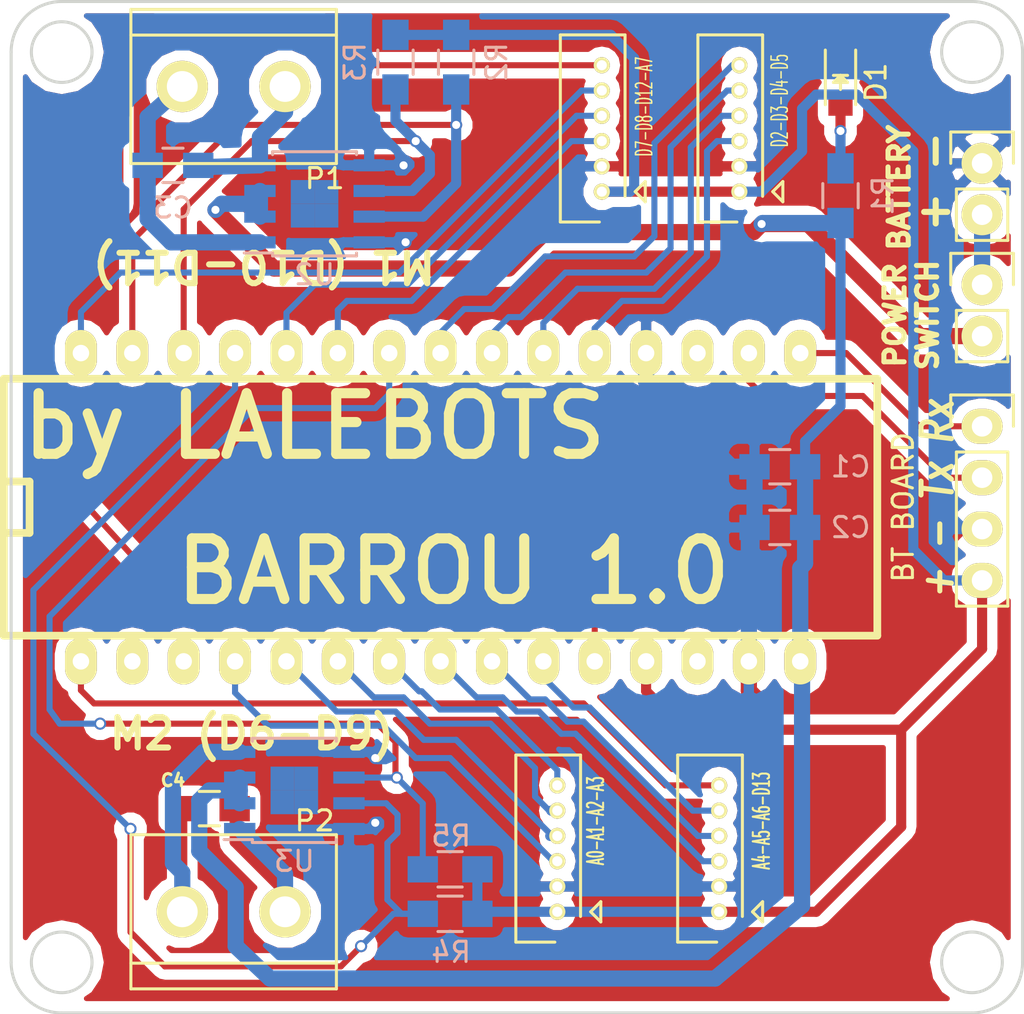
<source format=kicad_pcb>
(kicad_pcb (version 4) (host pcbnew 4.0.2+dfsg1-stable)

  (general
    (links 67)
    (no_connects 0)
    (area 114.149499 77.895 168.208334 131.155)
    (thickness 1.6)
    (drawings 18)
    (tracks 327)
    (zones 0)
    (modules 22)
    (nets 36)
  )

  (page A4)
  (layers
    (0 F.Cu signal)
    (31 B.Cu signal)
    (32 B.Adhes user hide)
    (33 F.Adhes user hide)
    (34 B.Paste user)
    (35 F.Paste user)
    (36 B.SilkS user)
    (37 F.SilkS user)
    (38 B.Mask user hide)
    (39 F.Mask user hide)
    (40 Dwgs.User user hide)
    (41 Cmts.User user hide)
    (42 Eco1.User user hide)
    (43 Eco2.User user hide)
    (44 Edge.Cuts user)
    (45 Margin user hide)
    (46 B.CrtYd user hide)
    (47 F.CrtYd user hide)
    (48 B.Fab user hide)
    (49 F.Fab user hide)
  )

  (setup
    (last_trace_width 0.25)
    (user_trace_width 0.3)
    (user_trace_width 0.5)
    (user_trace_width 0.8)
    (trace_clearance 0.2)
    (zone_clearance 0.508)
    (zone_45_only no)
    (trace_min 0.2)
    (segment_width 0.2)
    (edge_width 0.15)
    (via_size 0.6)
    (via_drill 0.4)
    (via_min_size 0.4)
    (via_min_drill 0.3)
    (uvia_size 0.3)
    (uvia_drill 0.1)
    (uvias_allowed no)
    (uvia_min_size 0.2)
    (uvia_min_drill 0.1)
    (pcb_text_width 0.3)
    (pcb_text_size 1.5 1.5)
    (mod_edge_width 0.15)
    (mod_text_size 1 1)
    (mod_text_width 0.15)
    (pad_size 1.7272 2.032)
    (pad_drill 1.016)
    (pad_to_mask_clearance 0.2)
    (aux_axis_origin 0 0)
    (visible_elements FFFFF77F)
    (pcbplotparams
      (layerselection 0x010f0_80000001)
      (usegerberextensions true)
      (excludeedgelayer true)
      (linewidth 0.100000)
      (plotframeref false)
      (viasonmask false)
      (mode 1)
      (useauxorigin false)
      (hpglpennumber 1)
      (hpglpenspeed 20)
      (hpglpendiameter 15)
      (hpglpenoverlay 2)
      (psnegative false)
      (psa4output false)
      (plotreference true)
      (plotvalue true)
      (plotinvisibletext false)
      (padsonsilk false)
      (subtractmaskfromsilk true)
      (outputformat 1)
      (mirror false)
      (drillshape 0)
      (scaleselection 1)
      (outputdirectory gerber))
  )

  (net 0 "")
  (net 1 /5v)
  (net 2 GND)
  (net 3 /A0)
  (net 4 /A1)
  (net 5 /A2)
  (net 6 /A3)
  (net 7 "Net-(U1-Pad2)")
  (net 8 "Net-(U1-Pad3)")
  (net 9 "Net-(U1-Pad13)")
  (net 10 /VIN)
  (net 11 /TX_arduino)
  (net 12 /RX_arduino)
  (net 13 "Net-(U1-Pad18)")
  (net 14 /M2_b)
  (net 15 /M2_a)
  (net 16 /M1_b)
  (net 17 /M1_a)
  (net 18 "Net-(C3-Pad1)")
  (net 19 "Net-(C3-Pad2)")
  (net 20 "Net-(C4-Pad1)")
  (net 21 "Net-(C4-Pad2)")
  (net 22 "Net-(D1-Pad2)")
  (net 23 "Net-(P4-Pad2)")
  (net 24 /A4)
  (net 25 /D2)
  (net 26 /D3)
  (net 27 /D4)
  (net 28 /A5)
  (net 29 /A6)
  (net 30 /D13)
  (net 31 /D5)
  (net 32 /D7)
  (net 33 /D8)
  (net 34 /D12)
  (net 35 /A7)

  (net_class Default "This is the default net class."
    (clearance 0.2)
    (trace_width 0.25)
    (via_dia 0.6)
    (via_drill 0.4)
    (uvia_dia 0.3)
    (uvia_drill 0.1)
    (add_net /5v)
    (add_net /A0)
    (add_net /A1)
    (add_net /A2)
    (add_net /A3)
    (add_net /A4)
    (add_net /A5)
    (add_net /A6)
    (add_net /A7)
    (add_net /D12)
    (add_net /D13)
    (add_net /D2)
    (add_net /D3)
    (add_net /D4)
    (add_net /D5)
    (add_net /D7)
    (add_net /D8)
    (add_net /M1_a)
    (add_net /M1_b)
    (add_net /M2_a)
    (add_net /M2_b)
    (add_net /RX_arduino)
    (add_net /TX_arduino)
    (add_net /VIN)
    (add_net GND)
    (add_net "Net-(C3-Pad1)")
    (add_net "Net-(C3-Pad2)")
    (add_net "Net-(C4-Pad1)")
    (add_net "Net-(C4-Pad2)")
    (add_net "Net-(D1-Pad2)")
    (add_net "Net-(P4-Pad2)")
    (add_net "Net-(U1-Pad13)")
    (add_net "Net-(U1-Pad18)")
    (add_net "Net-(U1-Pad2)")
    (add_net "Net-(U1-Pad3)")
  )

  (net_class alimentacion ""
    (clearance 0.3)
    (trace_width 0.3)
    (via_dia 0.6)
    (via_drill 0.4)
    (uvia_dia 0.3)
    (uvia_drill 0.1)
  )

  (module Connect:bornier2 (layer F.Cu) (tedit 580E6E17) (tstamp 567AA47E)
    (at 126 84.2 180)
    (descr "Bornier d'alimentation 2 pins")
    (tags DEV)
    (path /56754392)
    (fp_text reference P1 (at -4.5 -4.55 180) (layer F.SilkS)
      (effects (font (size 1 1) (thickness 0.15)))
    )
    (fp_text value CONN_01X02 (at 0 5.08 180) (layer F.Fab) hide
      (effects (font (size 1 1) (thickness 0.15)))
    )
    (fp_line (start 5.08 2.54) (end -5.08 2.54) (layer F.SilkS) (width 0.15))
    (fp_line (start 5.08 3.81) (end 5.08 -3.81) (layer F.SilkS) (width 0.15))
    (fp_line (start 5.08 -3.81) (end -5.08 -3.81) (layer F.SilkS) (width 0.15))
    (fp_line (start -5.08 -3.81) (end -5.08 3.81) (layer F.SilkS) (width 0.15))
    (fp_line (start -5.08 3.81) (end 5.08 3.81) (layer F.SilkS) (width 0.15))
    (pad 1 thru_hole circle (at -2.54 0 180) (size 2.54 2.54) (drill 1.524) (layers *.Cu *.Mask F.SilkS)
      (net 19 "Net-(C3-Pad2)"))
    (pad 2 thru_hole circle (at 2.54 0 180) (size 2.54 2.54) (drill 1.524) (layers *.Cu *.Mask F.SilkS)
      (net 18 "Net-(C3-Pad1)"))
    (model Connect.3dshapes/bornier2.wrl
      (at (xyz 0 0 0))
      (scale (xyz 1 1 1))
      (rotate (xyz 0 0 0))
    )
  )

  (module Connect:bornier2 (layer F.Cu) (tedit 580E6E27) (tstamp 567AA474)
    (at 126 125)
    (descr "Bornier d'alimentation 2 pins")
    (tags DEV)
    (path /567547DC)
    (fp_text reference P2 (at 4 -4.5) (layer F.SilkS)
      (effects (font (size 1 1) (thickness 0.15)))
    )
    (fp_text value CONN_01X02 (at 0 5.08) (layer F.Fab) hide
      (effects (font (size 1 1) (thickness 0.15)))
    )
    (fp_line (start 5.08 2.54) (end -5.08 2.54) (layer F.SilkS) (width 0.15))
    (fp_line (start 5.08 3.81) (end 5.08 -3.81) (layer F.SilkS) (width 0.15))
    (fp_line (start 5.08 -3.81) (end -5.08 -3.81) (layer F.SilkS) (width 0.15))
    (fp_line (start -5.08 -3.81) (end -5.08 3.81) (layer F.SilkS) (width 0.15))
    (fp_line (start -5.08 3.81) (end 5.08 3.81) (layer F.SilkS) (width 0.15))
    (pad 1 thru_hole circle (at -2.54 0) (size 2.54 2.54) (drill 1.524) (layers *.Cu *.Mask F.SilkS)
      (net 21 "Net-(C4-Pad2)"))
    (pad 2 thru_hole circle (at 2.54 0) (size 2.54 2.54) (drill 1.524) (layers *.Cu *.Mask F.SilkS)
      (net 20 "Net-(C4-Pad1)"))
    (model Connect.3dshapes/bornier2.wrl
      (at (xyz 0 0 0))
      (scale (xyz 1 1 1))
      (rotate (xyz 0 0 0))
    )
  )

  (module Connectors_Molex:Connector_Molex_PicoBlade_53047-0610 (layer F.Cu) (tedit 580E6E33) (tstamp 567AA45F)
    (at 142 125 90)
    (descr "Molex PicoBlade 1.25mm shrouded header. Vertical. 6 ways")
    (path /567553EA)
    (fp_text reference A0-A1-A2-A3 (at 4.5 1.9 90) (layer F.SilkS)
      (effects (font (size 0.8 0.4) (thickness 0.1)))
    )
    (fp_text value CONN_01X06 (at 3.125 -3.25 90) (layer F.Fab) hide
      (effects (font (size 1 1) (thickness 0.15)))
    )
    (fp_line (start -1.5 -0.12) (end -1.5 -2.05) (layer F.SilkS) (width 0.15))
    (fp_line (start -1.5 -2.05) (end 7.75 -2.05) (layer F.SilkS) (width 0.15))
    (fp_line (start 7.75 -2.05) (end 7.75 1.15) (layer F.SilkS) (width 0.15))
    (fp_line (start 7.75 1.15) (end -0.23 1.15) (layer F.SilkS) (width 0.15))
    (fp_line (start 0 1.65) (end 0.5 2.15) (layer F.SilkS) (width 0.15))
    (fp_line (start 0.5 2.15) (end -0.5 2.15) (layer F.SilkS) (width 0.15))
    (fp_line (start -0.5 2.15) (end 0 1.65) (layer F.SilkS) (width 0.15))
    (fp_line (start -0.23 1.15) (end -1.5 -0.12) (layer F.Fab) (width 0.2))
    (fp_line (start -1.5 -0.12) (end -1.5 -2.05) (layer F.Fab) (width 0.2))
    (fp_line (start -1.5 -2.05) (end 7.75 -2.05) (layer F.Fab) (width 0.2))
    (fp_line (start 7.75 -2.05) (end 7.75 1.15) (layer F.Fab) (width 0.2))
    (fp_line (start 7.75 1.15) (end -0.23 1.15) (layer F.Fab) (width 0.2))
    (pad 1 thru_hole circle (at 0 0 90) (size 0.8 0.8) (drill 0.5) (layers *.Cu *.Mask F.SilkS)
      (net 1 /5v))
    (pad 2 thru_hole oval (at 1.25 0 90) (size 0.8 0.8) (drill 0.5) (layers *.Cu *.Mask F.SilkS)
      (net 2 GND))
    (pad 3 thru_hole oval (at 2.5 0 90) (size 0.8 0.8) (drill 0.5) (layers *.Cu *.Mask F.SilkS)
      (net 3 /A0))
    (pad 4 thru_hole oval (at 3.75 0 90) (size 0.8 0.8) (drill 0.5) (layers *.Cu *.Mask F.SilkS)
      (net 4 /A1))
    (pad 5 thru_hole oval (at 5 0 90) (size 0.8 0.8) (drill 0.5) (layers *.Cu *.Mask F.SilkS)
      (net 5 /A2))
    (pad 6 thru_hole oval (at 6.25 0 90) (size 0.8 0.8) (drill 0.5) (layers *.Cu *.Mask F.SilkS)
      (net 6 /A3))
    (model Connectors_Molex.3dshapes/Connector_Molex_PicoBlade_53047-0610.wrl
      (at (xyz 0.123031 0 0))
      (scale (xyz 1 1 1))
      (rotate (xyz 0 0 180))
    )
  )

  (module arduino:arduino_mini (layer F.Cu) (tedit 580E6C54) (tstamp 567AA437)
    (at 137.5 105)
    (descr "30 pins DIL package, elliptical pads, width 600mil (arduino mini)")
    (tags "DIL arduino mini")
    (path /56753A37)
    (fp_text reference "by LALEBOTS" (at -7.5 -4) (layer F.SilkS)
      (effects (font (size 3 3) (thickness 0.5)))
    )
    (fp_text value "BARROU 1.0" (at -0.635 3.175) (layer F.SilkS)
      (effects (font (size 3 3) (thickness 0.5)))
    )
    (fp_line (start -22.86 -6.35) (end 20.32 -6.35) (layer F.SilkS) (width 0.381))
    (fp_line (start 20.32 -6.35) (end 20.32 6.35) (layer F.SilkS) (width 0.381))
    (fp_line (start 20.32 6.35) (end -22.86 6.35) (layer F.SilkS) (width 0.381))
    (fp_line (start -22.86 6.35) (end -22.86 -6.35) (layer F.SilkS) (width 0.381))
    (fp_line (start -22.86 1.27) (end -21.59 1.27) (layer F.SilkS) (width 0.381))
    (fp_line (start -21.59 1.27) (end -21.59 -1.27) (layer F.SilkS) (width 0.381))
    (fp_line (start -21.59 -1.27) (end -22.86 -1.27) (layer F.SilkS) (width 0.381))
    (pad 1 thru_hole oval (at -19.05 7.62) (size 1.5748 2.286) (drill 0.8128) (layers *.Cu *.Mask F.SilkS)
      (net 30 /D13))
    (pad 2 thru_hole oval (at -16.51 7.62) (size 1.5748 2.286) (drill 0.8128) (layers *.Cu *.Mask F.SilkS)
      (net 7 "Net-(U1-Pad2)"))
    (pad 3 thru_hole oval (at -13.97 7.62) (size 1.5748 2.286) (drill 0.8128) (layers *.Cu *.Mask F.SilkS)
      (net 8 "Net-(U1-Pad3)"))
    (pad 4 thru_hole oval (at -11.43 7.62) (size 1.5748 2.286) (drill 0.8128) (layers *.Cu *.Mask F.SilkS)
      (net 3 /A0))
    (pad 5 thru_hole oval (at -8.89 7.62) (size 1.5748 2.286) (drill 0.8128) (layers *.Cu *.Mask F.SilkS)
      (net 4 /A1))
    (pad 6 thru_hole oval (at -6.35 7.62) (size 1.5748 2.286) (drill 0.8128) (layers *.Cu *.Mask F.SilkS)
      (net 5 /A2))
    (pad 7 thru_hole oval (at -3.81 7.62) (size 1.5748 2.286) (drill 0.8128) (layers *.Cu *.Mask F.SilkS)
      (net 6 /A3))
    (pad 8 thru_hole oval (at -1.27 7.62) (size 1.5748 2.286) (drill 0.8128) (layers *.Cu *.Mask F.SilkS)
      (net 24 /A4))
    (pad 9 thru_hole oval (at 1.27 7.62) (size 1.5748 2.286) (drill 0.8128) (layers *.Cu *.Mask F.SilkS)
      (net 28 /A5))
    (pad 10 thru_hole oval (at 3.81 7.62) (size 1.5748 2.286) (drill 0.8128) (layers *.Cu *.Mask F.SilkS)
      (net 29 /A6))
    (pad 11 thru_hole oval (at 6.35 7.62) (size 1.5748 2.286) (drill 0.8128) (layers *.Cu *.Mask F.SilkS)
      (net 35 /A7))
    (pad 12 thru_hole oval (at 8.89 7.62) (size 1.5748 2.286) (drill 0.8128) (layers *.Cu *.Mask F.SilkS)
      (net 1 /5v))
    (pad 13 thru_hole oval (at 11.43 7.62) (size 1.5748 2.286) (drill 0.8128) (layers *.Cu *.Mask F.SilkS)
      (net 9 "Net-(U1-Pad13)"))
    (pad 14 thru_hole oval (at 13.97 7.62) (size 1.5748 2.286) (drill 0.8128) (layers *.Cu *.Mask F.SilkS)
      (net 2 GND))
    (pad 15 thru_hole oval (at 16.51 7.62) (size 1.5748 2.286) (drill 0.8128) (layers *.Cu *.Mask F.SilkS)
      (net 10 /VIN))
    (pad 16 thru_hole oval (at 16.51 -7.62) (size 1.5748 2.286) (drill 0.8128) (layers *.Cu *.Mask F.SilkS)
      (net 11 /TX_arduino))
    (pad 17 thru_hole oval (at 13.97 -7.62) (size 1.5748 2.286) (drill 0.8128) (layers *.Cu *.Mask F.SilkS)
      (net 12 /RX_arduino))
    (pad 18 thru_hole oval (at 11.43 -7.62) (size 1.5748 2.286) (drill 0.8128) (layers *.Cu *.Mask F.SilkS)
      (net 13 "Net-(U1-Pad18)"))
    (pad 19 thru_hole oval (at 8.89 -7.62) (size 1.5748 2.286) (drill 0.8128) (layers *.Cu *.Mask F.SilkS)
      (net 2 GND))
    (pad 20 thru_hole oval (at 6.35 -7.62) (size 1.5748 2.286) (drill 0.8128) (layers *.Cu *.Mask F.SilkS)
      (net 25 /D2))
    (pad 21 thru_hole oval (at 3.81 -7.62) (size 1.5748 2.286) (drill 0.8128) (layers *.Cu *.Mask F.SilkS)
      (net 26 /D3))
    (pad 22 thru_hole oval (at 1.27 -7.62) (size 1.5748 2.286) (drill 0.8128) (layers *.Cu *.Mask F.SilkS)
      (net 27 /D4))
    (pad 23 thru_hole oval (at -1.27 -7.62) (size 1.5748 2.286) (drill 0.8128) (layers *.Cu *.Mask F.SilkS)
      (net 31 /D5))
    (pad 24 thru_hole oval (at -3.81 -7.62) (size 1.5748 2.286) (drill 0.8128) (layers *.Cu *.Mask F.SilkS)
      (net 14 /M2_b))
    (pad 25 thru_hole oval (at -6.35 -7.62) (size 1.5748 2.286) (drill 0.8128) (layers *.Cu *.Mask F.SilkS)
      (net 32 /D7))
    (pad 26 thru_hole oval (at -8.89 -7.62) (size 1.5748 2.286) (drill 0.8128) (layers *.Cu *.Mask F.SilkS)
      (net 33 /D8))
    (pad 27 thru_hole oval (at -11.43 -7.62) (size 1.5748 2.286) (drill 0.8128) (layers *.Cu *.Mask F.SilkS)
      (net 15 /M2_a))
    (pad 28 thru_hole oval (at -13.97 -7.62) (size 1.5748 2.286) (drill 0.8128) (layers *.Cu *.Mask F.SilkS)
      (net 16 /M1_b))
    (pad 29 thru_hole oval (at -16.51 -7.62) (size 1.5748 2.286) (drill 0.8128) (layers *.Cu *.Mask F.SilkS)
      (net 17 /M1_a))
    (pad 30 thru_hole oval (at -19.05 -7.62) (size 1.5748 2.286) (drill 0.8128) (layers *.Cu *.Mask F.SilkS)
      (net 34 /D12))
    (model arduino_nano.wrl
      (at (xyz -0.978 -0.385 0))
      (scale (xyz 0.3937 0.3937 0.3937))
      (rotate (xyz 0 0 0))
    )
  )

  (module Housings_SOIC:SOIC-8-1EP_3.9x4.9mm_Pitch1.27mm (layer B.Cu) (tedit 54130A77) (tstamp 567AA41D)
    (at 130 90)
    (descr "8-Lead Thermally Enhanced Plastic Small Outline (SE) - Narrow, 3.90 mm Body [SOIC] (see Microchip Packaging Specification 00000049BS.pdf)")
    (tags "SOIC 1.27")
    (path /56753A86)
    (attr smd)
    (fp_text reference U2 (at 0 3.5) (layer B.SilkS)
      (effects (font (size 1 1) (thickness 0.15)) (justify mirror))
    )
    (fp_text value hg7881 (at 0 -3.5) (layer B.Fab)
      (effects (font (size 1 1) (thickness 0.15)) (justify mirror))
    )
    (fp_line (start -3.75 2.75) (end -3.75 -2.75) (layer B.CrtYd) (width 0.05))
    (fp_line (start 3.75 2.75) (end 3.75 -2.75) (layer B.CrtYd) (width 0.05))
    (fp_line (start -3.75 2.75) (end 3.75 2.75) (layer B.CrtYd) (width 0.05))
    (fp_line (start -3.75 -2.75) (end 3.75 -2.75) (layer B.CrtYd) (width 0.05))
    (fp_line (start -2.075 2.575) (end -2.075 2.43) (layer B.SilkS) (width 0.15))
    (fp_line (start 2.075 2.575) (end 2.075 2.43) (layer B.SilkS) (width 0.15))
    (fp_line (start 2.075 -2.575) (end 2.075 -2.43) (layer B.SilkS) (width 0.15))
    (fp_line (start -2.075 -2.575) (end -2.075 -2.43) (layer B.SilkS) (width 0.15))
    (fp_line (start -2.075 2.575) (end 2.075 2.575) (layer B.SilkS) (width 0.15))
    (fp_line (start -2.075 -2.575) (end 2.075 -2.575) (layer B.SilkS) (width 0.15))
    (fp_line (start -2.075 2.43) (end -3.475 2.43) (layer B.SilkS) (width 0.15))
    (pad 1 smd rect (at -2.7 1.905) (size 1.55 0.6) (layers B.Cu B.Paste B.Mask)
      (net 18 "Net-(C3-Pad1)"))
    (pad 2 smd rect (at -2.7 0.635) (size 1.55 0.6) (layers B.Cu B.Paste B.Mask)
      (net 10 /VIN))
    (pad 3 smd rect (at -2.7 -0.635) (size 1.55 0.6) (layers B.Cu B.Paste B.Mask)
      (net 10 /VIN))
    (pad 4 smd rect (at -2.7 -1.905) (size 1.55 0.6) (layers B.Cu B.Paste B.Mask)
      (net 19 "Net-(C3-Pad2)"))
    (pad 5 smd rect (at 2.7 -1.905) (size 1.55 0.6) (layers B.Cu B.Paste B.Mask)
      (net 2 GND))
    (pad 6 smd rect (at 2.7 -0.635) (size 1.55 0.6) (layers B.Cu B.Paste B.Mask)
      (net 16 /M1_b))
    (pad 7 smd rect (at 2.7 0.635) (size 1.55 0.6) (layers B.Cu B.Paste B.Mask)
      (net 17 /M1_a))
    (pad 8 smd rect (at 2.7 1.905) (size 1.55 0.6) (layers B.Cu B.Paste B.Mask)
      (net 2 GND))
    (pad 9 smd rect (at 0.5875 -0.5875) (size 1.175 1.175) (layers B.Cu B.Paste B.Mask)
      (solder_paste_margin_ratio -0.2))
    (pad 9 smd rect (at 0.5875 0.5875) (size 1.175 1.175) (layers B.Cu B.Paste B.Mask)
      (solder_paste_margin_ratio -0.2))
    (pad 9 smd rect (at -0.5875 -0.5875) (size 1.175 1.175) (layers B.Cu B.Paste B.Mask)
      (solder_paste_margin_ratio -0.2))
    (pad 9 smd rect (at -0.5875 0.5875) (size 1.175 1.175) (layers B.Cu B.Paste B.Mask)
      (solder_paste_margin_ratio -0.2))
    (model Housings_SOIC.3dshapes/SOIC-8-1EP_3.9x4.9mm_Pitch1.27mm.wrl
      (at (xyz 0 0 0))
      (scale (xyz 1 1 1))
      (rotate (xyz 0 0 0))
    )
  )

  (module Housings_SOIC:SOIC-8-1EP_3.9x4.9mm_Pitch1.27mm (layer B.Cu) (tedit 54130A77) (tstamp 567AA403)
    (at 129 119)
    (descr "8-Lead Thermally Enhanced Plastic Small Outline (SE) - Narrow, 3.90 mm Body [SOIC] (see Microchip Packaging Specification 00000049BS.pdf)")
    (tags "SOIC 1.27")
    (path /567547C4)
    (attr smd)
    (fp_text reference U3 (at 0 3.5) (layer B.SilkS)
      (effects (font (size 1 1) (thickness 0.15)) (justify mirror))
    )
    (fp_text value hg7881 (at 0 -3.5) (layer B.Fab)
      (effects (font (size 1 1) (thickness 0.15)) (justify mirror))
    )
    (fp_line (start -3.75 2.75) (end -3.75 -2.75) (layer B.CrtYd) (width 0.05))
    (fp_line (start 3.75 2.75) (end 3.75 -2.75) (layer B.CrtYd) (width 0.05))
    (fp_line (start -3.75 2.75) (end 3.75 2.75) (layer B.CrtYd) (width 0.05))
    (fp_line (start -3.75 -2.75) (end 3.75 -2.75) (layer B.CrtYd) (width 0.05))
    (fp_line (start -2.075 2.575) (end -2.075 2.43) (layer B.SilkS) (width 0.15))
    (fp_line (start 2.075 2.575) (end 2.075 2.43) (layer B.SilkS) (width 0.15))
    (fp_line (start 2.075 -2.575) (end 2.075 -2.43) (layer B.SilkS) (width 0.15))
    (fp_line (start -2.075 -2.575) (end -2.075 -2.43) (layer B.SilkS) (width 0.15))
    (fp_line (start -2.075 2.575) (end 2.075 2.575) (layer B.SilkS) (width 0.15))
    (fp_line (start -2.075 -2.575) (end 2.075 -2.575) (layer B.SilkS) (width 0.15))
    (fp_line (start -2.075 2.43) (end -3.475 2.43) (layer B.SilkS) (width 0.15))
    (pad 1 smd rect (at -2.7 1.905) (size 1.55 0.6) (layers B.Cu B.Paste B.Mask)
      (net 20 "Net-(C4-Pad1)"))
    (pad 2 smd rect (at -2.7 0.635) (size 1.55 0.6) (layers B.Cu B.Paste B.Mask)
      (net 10 /VIN))
    (pad 3 smd rect (at -2.7 -0.635) (size 1.55 0.6) (layers B.Cu B.Paste B.Mask)
      (net 10 /VIN))
    (pad 4 smd rect (at -2.7 -1.905) (size 1.55 0.6) (layers B.Cu B.Paste B.Mask)
      (net 21 "Net-(C4-Pad2)"))
    (pad 5 smd rect (at 2.7 -1.905) (size 1.55 0.6) (layers B.Cu B.Paste B.Mask)
      (net 2 GND))
    (pad 6 smd rect (at 2.7 -0.635) (size 1.55 0.6) (layers B.Cu B.Paste B.Mask)
      (net 14 /M2_b))
    (pad 7 smd rect (at 2.7 0.635) (size 1.55 0.6) (layers B.Cu B.Paste B.Mask)
      (net 15 /M2_a))
    (pad 8 smd rect (at 2.7 1.905) (size 1.55 0.6) (layers B.Cu B.Paste B.Mask)
      (net 2 GND))
    (pad 9 smd rect (at 0.5875 -0.5875) (size 1.175 1.175) (layers B.Cu B.Paste B.Mask)
      (solder_paste_margin_ratio -0.2))
    (pad 9 smd rect (at 0.5875 0.5875) (size 1.175 1.175) (layers B.Cu B.Paste B.Mask)
      (solder_paste_margin_ratio -0.2))
    (pad 9 smd rect (at -0.5875 -0.5875) (size 1.175 1.175) (layers B.Cu B.Paste B.Mask)
      (solder_paste_margin_ratio -0.2))
    (pad 9 smd rect (at -0.5875 0.5875) (size 1.175 1.175) (layers B.Cu B.Paste B.Mask)
      (solder_paste_margin_ratio -0.2))
    (model Housings_SOIC.3dshapes/SOIC-8-1EP_3.9x4.9mm_Pitch1.27mm.wrl
      (at (xyz 0 0 0))
      (scale (xyz 1 1 1))
      (rotate (xyz 0 0 0))
    )
  )

  (module Socket_Strips:Socket_Strip_Straight_1x04 (layer F.Cu) (tedit 580E6E22) (tstamp 567AA3F1)
    (at 163 101 270)
    (descr "Through hole socket strip")
    (tags "socket strip")
    (path /56755D65)
    (fp_text reference "BT BOARD" (at 4 3.9 270) (layer F.SilkS)
      (effects (font (size 1 1) (thickness 0.15)))
    )
    (fp_text value BT_BOARD (at 0 -3.1 270) (layer F.Fab) hide
      (effects (font (size 1 1) (thickness 0.15)))
    )
    (fp_line (start -1.75 -1.75) (end -1.75 1.75) (layer F.CrtYd) (width 0.05))
    (fp_line (start 9.4 -1.75) (end 9.4 1.75) (layer F.CrtYd) (width 0.05))
    (fp_line (start -1.75 -1.75) (end 9.4 -1.75) (layer F.CrtYd) (width 0.05))
    (fp_line (start -1.75 1.75) (end 9.4 1.75) (layer F.CrtYd) (width 0.05))
    (fp_line (start 1.27 -1.27) (end 8.89 -1.27) (layer F.SilkS) (width 0.15))
    (fp_line (start 1.27 1.27) (end 8.89 1.27) (layer F.SilkS) (width 0.15))
    (fp_line (start -1.55 1.55) (end 0 1.55) (layer F.SilkS) (width 0.15))
    (fp_line (start 8.89 -1.27) (end 8.89 1.27) (layer F.SilkS) (width 0.15))
    (fp_line (start 1.27 1.27) (end 1.27 -1.27) (layer F.SilkS) (width 0.15))
    (fp_line (start 0 -1.55) (end -1.55 -1.55) (layer F.SilkS) (width 0.15))
    (fp_line (start -1.55 -1.55) (end -1.55 1.55) (layer F.SilkS) (width 0.15))
    (pad 1 thru_hole oval (at 0 0 270) (size 1.7272 2.032) (drill 1.016) (layers *.Cu *.Mask F.SilkS)
      (net 11 /TX_arduino))
    (pad 2 thru_hole oval (at 2.54 0 270) (size 1.7272 2.032) (drill 1.016) (layers *.Cu *.Mask F.SilkS)
      (net 12 /RX_arduino))
    (pad 3 thru_hole oval (at 5.08 0 270) (size 1.7272 2.032) (drill 1.016) (layers *.Cu *.Mask F.SilkS)
      (net 2 GND))
    (pad 4 thru_hole oval (at 7.62 0 270) (size 1.7272 2.032) (drill 1.016) (layers *.Cu *.Mask F.SilkS)
      (net 1 /5v))
    (model Socket_Strips.3dshapes/Socket_Strip_Straight_1x04.wrl
      (at (xyz 0.15 0 0))
      (scale (xyz 1 1 1))
      (rotate (xyz 0 0 180))
    )
  )

  (module Capacitors_SMD:C_0805_HandSoldering (layer B.Cu) (tedit 567ACD1C) (tstamp 567AA3E6)
    (at 153 103 180)
    (descr "Capacitor SMD 0805, hand soldering")
    (tags "capacitor 0805")
    (path /5675AF6B)
    (attr smd)
    (fp_text reference C1 (at -3.5 0 180) (layer B.SilkS)
      (effects (font (size 1 1) (thickness 0.15)) (justify mirror))
    )
    (fp_text value C (at 0 -2.1 180) (layer B.Fab)
      (effects (font (size 1 1) (thickness 0.15)) (justify mirror))
    )
    (fp_line (start -2.3 1) (end 2.3 1) (layer B.CrtYd) (width 0.05))
    (fp_line (start -2.3 -1) (end 2.3 -1) (layer B.CrtYd) (width 0.05))
    (fp_line (start -2.3 1) (end -2.3 -1) (layer B.CrtYd) (width 0.05))
    (fp_line (start 2.3 1) (end 2.3 -1) (layer B.CrtYd) (width 0.05))
    (fp_line (start 0.5 0.85) (end -0.5 0.85) (layer B.SilkS) (width 0.15))
    (fp_line (start -0.5 -0.85) (end 0.5 -0.85) (layer B.SilkS) (width 0.15))
    (pad 1 smd rect (at -1.25 0 180) (size 1.5 1.25) (layers B.Cu B.Paste B.Mask)
      (net 10 /VIN))
    (pad 2 smd rect (at 1.25 0 180) (size 1.5 1.25) (layers B.Cu B.Paste B.Mask)
      (net 2 GND))
    (model Capacitors_SMD.3dshapes/C_0805_HandSoldering.wrl
      (at (xyz 0 0 0))
      (scale (xyz 1 1 1))
      (rotate (xyz 0 0 0))
    )
  )

  (module Capacitors_SMD:C_0805_HandSoldering (layer B.Cu) (tedit 567ACD18) (tstamp 567AA3DB)
    (at 153 106 180)
    (descr "Capacitor SMD 0805, hand soldering")
    (tags "capacitor 0805")
    (path /5675B049)
    (attr smd)
    (fp_text reference C2 (at -3.5 0 180) (layer B.SilkS)
      (effects (font (size 1 1) (thickness 0.15)) (justify mirror))
    )
    (fp_text value C (at 0 -2.1 180) (layer B.Fab)
      (effects (font (size 1 1) (thickness 0.15)) (justify mirror))
    )
    (fp_line (start -2.3 1) (end 2.3 1) (layer B.CrtYd) (width 0.05))
    (fp_line (start -2.3 -1) (end 2.3 -1) (layer B.CrtYd) (width 0.05))
    (fp_line (start -2.3 1) (end -2.3 -1) (layer B.CrtYd) (width 0.05))
    (fp_line (start 2.3 1) (end 2.3 -1) (layer B.CrtYd) (width 0.05))
    (fp_line (start 0.5 0.85) (end -0.5 0.85) (layer B.SilkS) (width 0.15))
    (fp_line (start -0.5 -0.85) (end 0.5 -0.85) (layer B.SilkS) (width 0.15))
    (pad 1 smd rect (at -1.25 0 180) (size 1.5 1.25) (layers B.Cu B.Paste B.Mask)
      (net 10 /VIN))
    (pad 2 smd rect (at 1.25 0 180) (size 1.5 1.25) (layers B.Cu B.Paste B.Mask)
      (net 2 GND))
    (model Capacitors_SMD.3dshapes/C_0805_HandSoldering.wrl
      (at (xyz 0 0 0))
      (scale (xyz 1 1 1))
      (rotate (xyz 0 0 0))
    )
  )

  (module Capacitors_SMD:C_0805_HandSoldering (layer B.Cu) (tedit 541A9B8D) (tstamp 567AA3D0)
    (at 123 88.1)
    (descr "Capacitor SMD 0805, hand soldering")
    (tags "capacitor 0805")
    (path /56759856)
    (attr smd)
    (fp_text reference C3 (at 0 2.1) (layer B.SilkS)
      (effects (font (size 1 1) (thickness 0.15)) (justify mirror))
    )
    (fp_text value C (at 0 -2.1) (layer B.Fab)
      (effects (font (size 1 1) (thickness 0.15)) (justify mirror))
    )
    (fp_line (start -2.3 1) (end 2.3 1) (layer B.CrtYd) (width 0.05))
    (fp_line (start -2.3 -1) (end 2.3 -1) (layer B.CrtYd) (width 0.05))
    (fp_line (start -2.3 1) (end -2.3 -1) (layer B.CrtYd) (width 0.05))
    (fp_line (start 2.3 1) (end 2.3 -1) (layer B.CrtYd) (width 0.05))
    (fp_line (start 0.5 0.85) (end -0.5 0.85) (layer B.SilkS) (width 0.15))
    (fp_line (start -0.5 -0.85) (end 0.5 -0.85) (layer B.SilkS) (width 0.15))
    (pad 1 smd rect (at -1.25 0) (size 1.5 1.25) (layers B.Cu B.Paste B.Mask)
      (net 18 "Net-(C3-Pad1)"))
    (pad 2 smd rect (at 1.25 0) (size 1.5 1.25) (layers B.Cu B.Paste B.Mask)
      (net 19 "Net-(C3-Pad2)"))
    (model Capacitors_SMD.3dshapes/C_0805_HandSoldering.wrl
      (at (xyz 0 0 0))
      (scale (xyz 1 1 1))
      (rotate (xyz 0 0 0))
    )
  )

  (module Capacitors_SMD:C_0805_HandSoldering (layer F.Cu) (tedit 567ACE66) (tstamp 567AA3C5)
    (at 124.8 119.9 180)
    (descr "Capacitor SMD 0805, hand soldering")
    (tags "capacitor 0805")
    (path /56759ADB)
    (attr smd)
    (fp_text reference C4 (at 1.8 1.4 180) (layer F.SilkS)
      (effects (font (size 0.6 0.6) (thickness 0.15)))
    )
    (fp_text value C (at 0 2.1 180) (layer F.Fab)
      (effects (font (size 1 1) (thickness 0.15)))
    )
    (fp_line (start -2.3 -1) (end 2.3 -1) (layer F.CrtYd) (width 0.05))
    (fp_line (start -2.3 1) (end 2.3 1) (layer F.CrtYd) (width 0.05))
    (fp_line (start -2.3 -1) (end -2.3 1) (layer F.CrtYd) (width 0.05))
    (fp_line (start 2.3 -1) (end 2.3 1) (layer F.CrtYd) (width 0.05))
    (fp_line (start 0.5 -0.85) (end -0.5 -0.85) (layer F.SilkS) (width 0.15))
    (fp_line (start -0.5 0.85) (end 0.5 0.85) (layer F.SilkS) (width 0.15))
    (pad 1 smd rect (at -1.25 0 180) (size 1.5 1.25) (layers F.Cu F.Paste F.Mask)
      (net 20 "Net-(C4-Pad1)"))
    (pad 2 smd rect (at 1.25 0 180) (size 1.5 1.25) (layers F.Cu F.Paste F.Mask)
      (net 21 "Net-(C4-Pad2)"))
    (model Capacitors_SMD.3dshapes/C_0805_HandSoldering.wrl
      (at (xyz 0 0 0))
      (scale (xyz 1 1 1))
      (rotate (xyz 0 0 0))
    )
  )

  (module LEDs:LED-0805 (layer F.Cu) (tedit 55BDE1C2) (tstamp 567AA3B3)
    (at 156 84 270)
    (descr "LED 0805 smd package")
    (tags "LED 0805 SMD")
    (path /5675BE72)
    (attr smd)
    (fp_text reference D1 (at 0 -1.75 270) (layer F.SilkS)
      (effects (font (size 1 1) (thickness 0.15)))
    )
    (fp_text value LED (at 0 1.75 270) (layer F.Fab)
      (effects (font (size 1 1) (thickness 0.15)))
    )
    (fp_line (start -1.6 0.75) (end 1.1 0.75) (layer F.SilkS) (width 0.15))
    (fp_line (start -1.6 -0.75) (end 1.1 -0.75) (layer F.SilkS) (width 0.15))
    (fp_line (start -0.1 0.15) (end -0.1 -0.1) (layer F.SilkS) (width 0.15))
    (fp_line (start -0.1 -0.1) (end -0.25 0.05) (layer F.SilkS) (width 0.15))
    (fp_line (start -0.35 -0.35) (end -0.35 0.35) (layer F.SilkS) (width 0.15))
    (fp_line (start 0 0) (end 0.35 0) (layer F.SilkS) (width 0.15))
    (fp_line (start -0.35 0) (end 0 -0.35) (layer F.SilkS) (width 0.15))
    (fp_line (start 0 -0.35) (end 0 0.35) (layer F.SilkS) (width 0.15))
    (fp_line (start 0 0.35) (end -0.35 0) (layer F.SilkS) (width 0.15))
    (fp_line (start 1.9 -0.95) (end 1.9 0.95) (layer F.CrtYd) (width 0.05))
    (fp_line (start 1.9 0.95) (end -1.9 0.95) (layer F.CrtYd) (width 0.05))
    (fp_line (start -1.9 0.95) (end -1.9 -0.95) (layer F.CrtYd) (width 0.05))
    (fp_line (start -1.9 -0.95) (end 1.9 -0.95) (layer F.CrtYd) (width 0.05))
    (pad 2 smd rect (at 1.04902 0 90) (size 1.19888 1.19888) (layers F.Cu F.Paste F.Mask)
      (net 22 "Net-(D1-Pad2)"))
    (pad 1 smd rect (at -1.04902 0 90) (size 1.19888 1.19888) (layers F.Cu F.Paste F.Mask)
      (net 2 GND))
    (model LEDs.3dshapes/LED-0805.wrl
      (at (xyz 0 0 0))
      (scale (xyz 1 1 1))
      (rotate (xyz 0 0 0))
    )
  )

  (module Pin_Headers:Pin_Header_Straight_1x02 (layer F.Cu) (tedit 580E6E1B) (tstamp 567AA3A3)
    (at 163 88)
    (descr "Through hole pin header")
    (tags "pin header")
    (path /56756C5E)
    (fp_text reference P4 (at 0 -5.1) (layer F.SilkS) hide
      (effects (font (size 1 1) (thickness 0.15)))
    )
    (fp_text value CONN_01X02 (at 0 -3.1) (layer F.Fab) hide
      (effects (font (size 1 1) (thickness 0.15)))
    )
    (fp_line (start 1.27 1.27) (end 1.27 3.81) (layer F.SilkS) (width 0.15))
    (fp_line (start 1.55 -1.55) (end 1.55 0) (layer F.SilkS) (width 0.15))
    (fp_line (start -1.75 -1.75) (end -1.75 4.3) (layer F.CrtYd) (width 0.05))
    (fp_line (start 1.75 -1.75) (end 1.75 4.3) (layer F.CrtYd) (width 0.05))
    (fp_line (start -1.75 -1.75) (end 1.75 -1.75) (layer F.CrtYd) (width 0.05))
    (fp_line (start -1.75 4.3) (end 1.75 4.3) (layer F.CrtYd) (width 0.05))
    (fp_line (start 1.27 1.27) (end -1.27 1.27) (layer F.SilkS) (width 0.15))
    (fp_line (start -1.55 0) (end -1.55 -1.55) (layer F.SilkS) (width 0.15))
    (fp_line (start -1.55 -1.55) (end 1.55 -1.55) (layer F.SilkS) (width 0.15))
    (fp_line (start -1.27 1.27) (end -1.27 3.81) (layer F.SilkS) (width 0.15))
    (fp_line (start -1.27 3.81) (end 1.27 3.81) (layer F.SilkS) (width 0.15))
    (pad 1 thru_hole circle (at 0 0) (size 2.032 2.032) (drill 1.016) (layers *.Cu *.Mask F.SilkS)
      (net 2 GND))
    (pad 2 thru_hole oval (at 0 2.54) (size 2.032 2.032) (drill 1.016) (layers *.Cu *.Mask F.SilkS)
      (net 23 "Net-(P4-Pad2)"))
    (model Pin_Headers.3dshapes/Pin_Header_Straight_1x02.wrl
      (at (xyz 0 -0.05 0))
      (scale (xyz 1 1 1))
      (rotate (xyz 0 0 90))
    )
  )

  (module Pin_Headers:Pin_Header_Straight_1x02 (layer F.Cu) (tedit 580E6E1E) (tstamp 567AA393)
    (at 163 94)
    (descr "Through hole pin header")
    (tags "pin header")
    (path /56756EFC)
    (fp_text reference P5 (at 0 -5.1) (layer F.SilkS) hide
      (effects (font (size 1 1) (thickness 0.15)))
    )
    (fp_text value CONN_01X02 (at 0 -3.1) (layer F.Fab) hide
      (effects (font (size 1 1) (thickness 0.15)))
    )
    (fp_line (start 1.27 1.27) (end 1.27 3.81) (layer F.SilkS) (width 0.15))
    (fp_line (start 1.55 -1.55) (end 1.55 0) (layer F.SilkS) (width 0.15))
    (fp_line (start -1.75 -1.75) (end -1.75 4.3) (layer F.CrtYd) (width 0.05))
    (fp_line (start 1.75 -1.75) (end 1.75 4.3) (layer F.CrtYd) (width 0.05))
    (fp_line (start -1.75 -1.75) (end 1.75 -1.75) (layer F.CrtYd) (width 0.05))
    (fp_line (start -1.75 4.3) (end 1.75 4.3) (layer F.CrtYd) (width 0.05))
    (fp_line (start 1.27 1.27) (end -1.27 1.27) (layer F.SilkS) (width 0.15))
    (fp_line (start -1.55 0) (end -1.55 -1.55) (layer F.SilkS) (width 0.15))
    (fp_line (start -1.55 -1.55) (end 1.55 -1.55) (layer F.SilkS) (width 0.15))
    (fp_line (start -1.27 1.27) (end -1.27 3.81) (layer F.SilkS) (width 0.15))
    (fp_line (start -1.27 3.81) (end 1.27 3.81) (layer F.SilkS) (width 0.15))
    (pad 1 thru_hole circle (at 0 0) (size 2.032 2.032) (drill 1.016) (layers *.Cu *.Mask F.SilkS)
      (net 23 "Net-(P4-Pad2)"))
    (pad 2 thru_hole oval (at 0 2.54) (size 2.032 2.032) (drill 1.016) (layers *.Cu *.Mask F.SilkS)
      (net 10 /VIN))
    (model Pin_Headers.3dshapes/Pin_Header_Straight_1x02.wrl
      (at (xyz 0 -0.05 0))
      (scale (xyz 1 1 1))
      (rotate (xyz 0 0 90))
    )
  )

  (module Resistors_SMD:R_0805_HandSoldering (layer B.Cu) (tedit 54189DEE) (tstamp 567AA388)
    (at 156 89.6 90)
    (descr "Resistor SMD 0805, hand soldering")
    (tags "resistor 0805")
    (path /5675BF63)
    (attr smd)
    (fp_text reference R1 (at 0 2.1 90) (layer B.SilkS)
      (effects (font (size 1 1) (thickness 0.15)) (justify mirror))
    )
    (fp_text value R (at 0 -2.1 90) (layer B.Fab)
      (effects (font (size 1 1) (thickness 0.15)) (justify mirror))
    )
    (fp_line (start -2.4 1) (end 2.4 1) (layer B.CrtYd) (width 0.05))
    (fp_line (start -2.4 -1) (end 2.4 -1) (layer B.CrtYd) (width 0.05))
    (fp_line (start -2.4 1) (end -2.4 -1) (layer B.CrtYd) (width 0.05))
    (fp_line (start 2.4 1) (end 2.4 -1) (layer B.CrtYd) (width 0.05))
    (fp_line (start 0.6 -0.875) (end -0.6 -0.875) (layer B.SilkS) (width 0.15))
    (fp_line (start -0.6 0.875) (end 0.6 0.875) (layer B.SilkS) (width 0.15))
    (pad 1 smd rect (at -1.35 0 90) (size 1.5 1.3) (layers B.Cu B.Paste B.Mask)
      (net 10 /VIN))
    (pad 2 smd rect (at 1.35 0 90) (size 1.5 1.3) (layers B.Cu B.Paste B.Mask)
      (net 22 "Net-(D1-Pad2)"))
    (model Resistors_SMD.3dshapes/R_0805_HandSoldering.wrl
      (at (xyz 0 0 0))
      (scale (xyz 1 1 1))
      (rotate (xyz 0 0 0))
    )
  )

  (module Resistors_SMD:R_0805_HandSoldering (layer B.Cu) (tedit 567ACD23) (tstamp 567AA37D)
    (at 137 83 270)
    (descr "Resistor SMD 0805, hand soldering")
    (tags "resistor 0805")
    (path /56759F88)
    (attr smd)
    (fp_text reference R2 (at 0 -2 270) (layer B.SilkS)
      (effects (font (size 1 1) (thickness 0.15)) (justify mirror))
    )
    (fp_text value R (at 0 -2.1 270) (layer B.Fab)
      (effects (font (size 1 1) (thickness 0.15)) (justify mirror))
    )
    (fp_line (start -2.4 1) (end 2.4 1) (layer B.CrtYd) (width 0.05))
    (fp_line (start -2.4 -1) (end 2.4 -1) (layer B.CrtYd) (width 0.05))
    (fp_line (start -2.4 1) (end -2.4 -1) (layer B.CrtYd) (width 0.05))
    (fp_line (start 2.4 1) (end 2.4 -1) (layer B.CrtYd) (width 0.05))
    (fp_line (start 0.6 -0.875) (end -0.6 -0.875) (layer B.SilkS) (width 0.15))
    (fp_line (start -0.6 0.875) (end 0.6 0.875) (layer B.SilkS) (width 0.15))
    (pad 1 smd rect (at -1.35 0 270) (size 1.5 1.3) (layers B.Cu B.Paste B.Mask)
      (net 1 /5v))
    (pad 2 smd rect (at 1.35 0 270) (size 1.5 1.3) (layers B.Cu B.Paste B.Mask)
      (net 17 /M1_a))
    (model Resistors_SMD.3dshapes/R_0805_HandSoldering.wrl
      (at (xyz 0 0 0))
      (scale (xyz 1 1 1))
      (rotate (xyz 0 0 0))
    )
  )

  (module Resistors_SMD:R_0805_HandSoldering (layer B.Cu) (tedit 567ACD28) (tstamp 567AA372)
    (at 134 83 270)
    (descr "Resistor SMD 0805, hand soldering")
    (tags "resistor 0805")
    (path /5675C602)
    (attr smd)
    (fp_text reference R3 (at 0 2 270) (layer B.SilkS)
      (effects (font (size 1 1) (thickness 0.15)) (justify mirror))
    )
    (fp_text value R (at 0 -2.1 270) (layer B.Fab)
      (effects (font (size 1 1) (thickness 0.15)) (justify mirror))
    )
    (fp_line (start -2.4 1) (end 2.4 1) (layer B.CrtYd) (width 0.05))
    (fp_line (start -2.4 -1) (end 2.4 -1) (layer B.CrtYd) (width 0.05))
    (fp_line (start -2.4 1) (end -2.4 -1) (layer B.CrtYd) (width 0.05))
    (fp_line (start 2.4 1) (end 2.4 -1) (layer B.CrtYd) (width 0.05))
    (fp_line (start 0.6 -0.875) (end -0.6 -0.875) (layer B.SilkS) (width 0.15))
    (fp_line (start -0.6 0.875) (end 0.6 0.875) (layer B.SilkS) (width 0.15))
    (pad 1 smd rect (at -1.35 0 270) (size 1.5 1.3) (layers B.Cu B.Paste B.Mask)
      (net 1 /5v))
    (pad 2 smd rect (at 1.35 0 270) (size 1.5 1.3) (layers B.Cu B.Paste B.Mask)
      (net 16 /M1_b))
    (model Resistors_SMD.3dshapes/R_0805_HandSoldering.wrl
      (at (xyz 0 0 0))
      (scale (xyz 1 1 1))
      (rotate (xyz 0 0 0))
    )
  )

  (module Resistors_SMD:R_0805_HandSoldering (layer B.Cu) (tedit 567ACD41) (tstamp 567AA367)
    (at 136.7 125.1 180)
    (descr "Resistor SMD 0805, hand soldering")
    (tags "resistor 0805")
    (path /5675C641)
    (attr smd)
    (fp_text reference R4 (at -0.05 -1.9 180) (layer B.SilkS)
      (effects (font (size 1 1) (thickness 0.15)) (justify mirror))
    )
    (fp_text value R (at 0 -2.1 180) (layer B.Fab)
      (effects (font (size 1 1) (thickness 0.15)) (justify mirror))
    )
    (fp_line (start -2.4 1) (end 2.4 1) (layer B.CrtYd) (width 0.05))
    (fp_line (start -2.4 -1) (end 2.4 -1) (layer B.CrtYd) (width 0.05))
    (fp_line (start -2.4 1) (end -2.4 -1) (layer B.CrtYd) (width 0.05))
    (fp_line (start 2.4 1) (end 2.4 -1) (layer B.CrtYd) (width 0.05))
    (fp_line (start 0.6 -0.875) (end -0.6 -0.875) (layer B.SilkS) (width 0.15))
    (fp_line (start -0.6 0.875) (end 0.6 0.875) (layer B.SilkS) (width 0.15))
    (pad 1 smd rect (at -1.35 0 180) (size 1.5 1.3) (layers B.Cu B.Paste B.Mask)
      (net 1 /5v))
    (pad 2 smd rect (at 1.35 0 180) (size 1.5 1.3) (layers B.Cu B.Paste B.Mask)
      (net 15 /M2_a))
    (model Resistors_SMD.3dshapes/R_0805_HandSoldering.wrl
      (at (xyz 0 0 0))
      (scale (xyz 1 1 1))
      (rotate (xyz 0 0 0))
    )
  )

  (module Resistors_SMD:R_0805_HandSoldering (layer B.Cu) (tedit 567ACD44) (tstamp 567AA35C)
    (at 136.7 122.9 180)
    (descr "Resistor SMD 0805, hand soldering")
    (tags "resistor 0805")
    (path /5675C647)
    (attr smd)
    (fp_text reference R5 (at -0.05 1.65 180) (layer B.SilkS)
      (effects (font (size 1 1) (thickness 0.15)) (justify mirror))
    )
    (fp_text value R (at 0 -2.1 180) (layer B.Fab)
      (effects (font (size 1 1) (thickness 0.15)) (justify mirror))
    )
    (fp_line (start -2.4 1) (end 2.4 1) (layer B.CrtYd) (width 0.05))
    (fp_line (start -2.4 -1) (end 2.4 -1) (layer B.CrtYd) (width 0.05))
    (fp_line (start -2.4 1) (end -2.4 -1) (layer B.CrtYd) (width 0.05))
    (fp_line (start 2.4 1) (end 2.4 -1) (layer B.CrtYd) (width 0.05))
    (fp_line (start 0.6 -0.875) (end -0.6 -0.875) (layer B.SilkS) (width 0.15))
    (fp_line (start -0.6 0.875) (end 0.6 0.875) (layer B.SilkS) (width 0.15))
    (pad 1 smd rect (at -1.35 0 180) (size 1.5 1.3) (layers B.Cu B.Paste B.Mask)
      (net 1 /5v))
    (pad 2 smd rect (at 1.35 0 180) (size 1.5 1.3) (layers B.Cu B.Paste B.Mask)
      (net 14 /M2_b))
    (model Resistors_SMD.3dshapes/R_0805_HandSoldering.wrl
      (at (xyz 0 0 0))
      (scale (xyz 1 1 1))
      (rotate (xyz 0 0 0))
    )
  )

  (module Connectors_Molex:Connector_Molex_PicoBlade_53047-0610 (layer F.Cu) (tedit 580E6E37) (tstamp 567AA347)
    (at 150 125 90)
    (descr "Molex PicoBlade 1.25mm shrouded header. Vertical. 6 ways")
    (path /5675A423)
    (fp_text reference A4-A5-A6-D13 (at 4.5 2.1 90) (layer F.SilkS)
      (effects (font (size 0.8 0.4) (thickness 0.1)))
    )
    (fp_text value CONN_01X06 (at 3.125 -3.25 90) (layer F.Fab) hide
      (effects (font (size 1 1) (thickness 0.15)))
    )
    (fp_line (start -1.5 -0.12) (end -1.5 -2.05) (layer F.SilkS) (width 0.15))
    (fp_line (start -1.5 -2.05) (end 7.75 -2.05) (layer F.SilkS) (width 0.15))
    (fp_line (start 7.75 -2.05) (end 7.75 1.15) (layer F.SilkS) (width 0.15))
    (fp_line (start 7.75 1.15) (end -0.23 1.15) (layer F.SilkS) (width 0.15))
    (fp_line (start 0 1.65) (end 0.5 2.15) (layer F.SilkS) (width 0.15))
    (fp_line (start 0.5 2.15) (end -0.5 2.15) (layer F.SilkS) (width 0.15))
    (fp_line (start -0.5 2.15) (end 0 1.65) (layer F.SilkS) (width 0.15))
    (fp_line (start -0.23 1.15) (end -1.5 -0.12) (layer F.Fab) (width 0.2))
    (fp_line (start -1.5 -0.12) (end -1.5 -2.05) (layer F.Fab) (width 0.2))
    (fp_line (start -1.5 -2.05) (end 7.75 -2.05) (layer F.Fab) (width 0.2))
    (fp_line (start 7.75 -2.05) (end 7.75 1.15) (layer F.Fab) (width 0.2))
    (fp_line (start 7.75 1.15) (end -0.23 1.15) (layer F.Fab) (width 0.2))
    (pad 1 thru_hole circle (at 0 0 90) (size 0.8 0.8) (drill 0.5) (layers *.Cu *.Mask F.SilkS)
      (net 1 /5v))
    (pad 2 thru_hole oval (at 1.25 0 90) (size 0.8 0.8) (drill 0.5) (layers *.Cu *.Mask F.SilkS)
      (net 2 GND))
    (pad 3 thru_hole oval (at 2.5 0 90) (size 0.8 0.8) (drill 0.5) (layers *.Cu *.Mask F.SilkS)
      (net 24 /A4))
    (pad 4 thru_hole oval (at 3.75 0 90) (size 0.8 0.8) (drill 0.5) (layers *.Cu *.Mask F.SilkS)
      (net 28 /A5))
    (pad 5 thru_hole oval (at 5 0 90) (size 0.8 0.8) (drill 0.5) (layers *.Cu *.Mask F.SilkS)
      (net 29 /A6))
    (pad 6 thru_hole oval (at 6.25 0 90) (size 0.8 0.8) (drill 0.5) (layers *.Cu *.Mask F.SilkS)
      (net 30 /D13))
    (model Connectors_Molex.3dshapes/Connector_Molex_PicoBlade_53047-0610.wrl
      (at (xyz 0.123031 0 0))
      (scale (xyz 1 1 1))
      (rotate (xyz 0 0 180))
    )
  )

  (module Connectors_Molex:Connector_Molex_PicoBlade_53047-0610 (layer F.Cu) (tedit 580E6E44) (tstamp 567AA332)
    (at 151 89.4 90)
    (descr "Molex PicoBlade 1.25mm shrouded header. Vertical. 6 ways")
    (path /5675CCF8)
    (fp_text reference D2-D3-D4-D5 (at 4.5 2 90) (layer F.SilkS)
      (effects (font (size 0.8 0.4) (thickness 0.075)))
    )
    (fp_text value CONN_01X06 (at 3.125 -3.25 90) (layer F.Fab) hide
      (effects (font (size 1 1) (thickness 0.15)))
    )
    (fp_line (start -1.5 -0.12) (end -1.5 -2.05) (layer F.SilkS) (width 0.15))
    (fp_line (start -1.5 -2.05) (end 7.75 -2.05) (layer F.SilkS) (width 0.15))
    (fp_line (start 7.75 -2.05) (end 7.75 1.15) (layer F.SilkS) (width 0.15))
    (fp_line (start 7.75 1.15) (end -0.23 1.15) (layer F.SilkS) (width 0.15))
    (fp_line (start 0 1.65) (end 0.5 2.15) (layer F.SilkS) (width 0.15))
    (fp_line (start 0.5 2.15) (end -0.5 2.15) (layer F.SilkS) (width 0.15))
    (fp_line (start -0.5 2.15) (end 0 1.65) (layer F.SilkS) (width 0.15))
    (fp_line (start -0.23 1.15) (end -1.5 -0.12) (layer F.Fab) (width 0.2))
    (fp_line (start -1.5 -0.12) (end -1.5 -2.05) (layer F.Fab) (width 0.2))
    (fp_line (start -1.5 -2.05) (end 7.75 -2.05) (layer F.Fab) (width 0.2))
    (fp_line (start 7.75 -2.05) (end 7.75 1.15) (layer F.Fab) (width 0.2))
    (fp_line (start 7.75 1.15) (end -0.23 1.15) (layer F.Fab) (width 0.2))
    (pad 1 thru_hole circle (at 0 0 90) (size 0.8 0.8) (drill 0.5) (layers *.Cu *.Mask F.SilkS)
      (net 1 /5v))
    (pad 2 thru_hole oval (at 1.25 0 90) (size 0.8 0.8) (drill 0.5) (layers *.Cu *.Mask F.SilkS)
      (net 2 GND))
    (pad 3 thru_hole oval (at 2.5 0 90) (size 0.8 0.8) (drill 0.5) (layers *.Cu *.Mask F.SilkS)
      (net 25 /D2))
    (pad 4 thru_hole oval (at 3.75 0 90) (size 0.8 0.8) (drill 0.5) (layers *.Cu *.Mask F.SilkS)
      (net 26 /D3))
    (pad 5 thru_hole oval (at 5 0 90) (size 0.8 0.8) (drill 0.5) (layers *.Cu *.Mask F.SilkS)
      (net 27 /D4))
    (pad 6 thru_hole oval (at 6.25 0 90) (size 0.8 0.8) (drill 0.5) (layers *.Cu *.Mask F.SilkS)
      (net 31 /D5))
    (model Connectors_Molex.3dshapes/Connector_Molex_PicoBlade_53047-0610.wrl
      (at (xyz 0.123031 0 0))
      (scale (xyz 1 1 1))
      (rotate (xyz 0 0 180))
    )
  )

  (module Connectors_Molex:Connector_Molex_PicoBlade_53047-0610 (layer F.Cu) (tedit 580E6E3E) (tstamp 567AA31D)
    (at 144.2 89.4 90)
    (descr "Molex PicoBlade 1.25mm shrouded header. Vertical. 6 ways")
    (path /5675CEFA)
    (fp_text reference D7-D8-D12-A7 (at 4.2 2.1 90) (layer F.SilkS)
      (effects (font (size 0.8 0.4) (thickness 0.075)))
    )
    (fp_text value CONN_01X06 (at 3.125 -3.25 90) (layer F.Fab) hide
      (effects (font (size 1 1) (thickness 0.15)))
    )
    (fp_line (start -1.5 -0.12) (end -1.5 -2.05) (layer F.SilkS) (width 0.15))
    (fp_line (start -1.5 -2.05) (end 7.75 -2.05) (layer F.SilkS) (width 0.15))
    (fp_line (start 7.75 -2.05) (end 7.75 1.15) (layer F.SilkS) (width 0.15))
    (fp_line (start 7.75 1.15) (end -0.23 1.15) (layer F.SilkS) (width 0.15))
    (fp_line (start 0 1.65) (end 0.5 2.15) (layer F.SilkS) (width 0.15))
    (fp_line (start 0.5 2.15) (end -0.5 2.15) (layer F.SilkS) (width 0.15))
    (fp_line (start -0.5 2.15) (end 0 1.65) (layer F.SilkS) (width 0.15))
    (fp_line (start -0.23 1.15) (end -1.5 -0.12) (layer F.Fab) (width 0.2))
    (fp_line (start -1.5 -0.12) (end -1.5 -2.05) (layer F.Fab) (width 0.2))
    (fp_line (start -1.5 -2.05) (end 7.75 -2.05) (layer F.Fab) (width 0.2))
    (fp_line (start 7.75 -2.05) (end 7.75 1.15) (layer F.Fab) (width 0.2))
    (fp_line (start 7.75 1.15) (end -0.23 1.15) (layer F.Fab) (width 0.2))
    (pad 1 thru_hole circle (at 0 0 90) (size 0.8 0.8) (drill 0.5) (layers *.Cu *.Mask F.SilkS)
      (net 1 /5v))
    (pad 2 thru_hole oval (at 1.25 0 90) (size 0.8 0.8) (drill 0.5) (layers *.Cu *.Mask F.SilkS)
      (net 2 GND))
    (pad 3 thru_hole oval (at 2.5 0 90) (size 0.8 0.8) (drill 0.5) (layers *.Cu *.Mask F.SilkS)
      (net 32 /D7))
    (pad 4 thru_hole oval (at 3.75 0 90) (size 0.8 0.8) (drill 0.5) (layers *.Cu *.Mask F.SilkS)
      (net 33 /D8))
    (pad 5 thru_hole oval (at 5 0 90) (size 0.8 0.8) (drill 0.5) (layers *.Cu *.Mask F.SilkS)
      (net 34 /D12))
    (pad 6 thru_hole oval (at 6.25 0 90) (size 0.8 0.8) (drill 0.5) (layers *.Cu *.Mask F.SilkS)
      (net 35 /A7))
    (model Connectors_Molex.3dshapes/Connector_Molex_PicoBlade_53047-0610.wrl
      (at (xyz 0.123031 0 0))
      (scale (xyz 1 1 1))
      (rotate (xyz 0 0 180))
    )
  )

  (gr_line (start 117.5 130) (end 162.5 130) (angle 90) (layer Edge.Cuts) (width 0.15))
  (gr_line (start 115 82.5) (end 115 127.5) (angle 90) (layer Edge.Cuts) (width 0.15))
  (gr_line (start 162.5 80) (end 117.5 80) (angle 90) (layer Edge.Cuts) (width 0.15))
  (gr_line (start 165 127.5) (end 165 82.5) (angle 90) (layer Edge.Cuts) (width 0.15))
  (gr_arc (start 162.5 127.5) (end 165 127.5) (angle 90) (layer Edge.Cuts) (width 0.15))
  (gr_arc (start 162.5 82.5) (end 162.5 80) (angle 90) (layer Edge.Cuts) (width 0.15))
  (gr_arc (start 117.5 82.5) (end 115 82.5) (angle 90) (layer Edge.Cuts) (width 0.15))
  (gr_arc (start 117.5 127.5) (end 117.5 130) (angle 90) (layer Edge.Cuts) (width 0.15))
  (gr_text "POWER\nSWITCH" (at 159.5 95.5 90) (layer F.SilkS) (tstamp 567ACE73)
    (effects (font (size 1 1) (thickness 0.25)))
  )
  (gr_text "M1 (D10-D11)" (at 127.5 93.1 180) (layer F.SilkS) (tstamp 567AA5D7)
    (effects (font (size 1.5 1.5) (thickness 0.3)))
  )
  (gr_text "M2 (D6-D9)" (at 126.9 116.2) (layer F.SilkS) (tstamp 567AA5D6)
    (effects (font (size 1.5 1.5) (thickness 0.3)))
  )
  (gr_text "+ -" (at 160.6 88.9 90) (layer F.SilkS) (tstamp 567AA5D5)
    (effects (font (size 1.5 1.5) (thickness 0.3)))
  )
  (gr_text BATTERY (at 158.9 89.2 90) (layer F.SilkS) (tstamp 567AA5D4)
    (effects (font (size 1 1) (thickness 0.25)))
  )
  (gr_text "+ - Tx Rx" (at 160.8 104.6 90) (layer F.SilkS) (tstamp 567AA5D3)
    (effects (font (size 1.5 1.2) (thickness 0.25) italic))
  )
  (gr_circle (center 162.5 82.5) (end 162.5 81) (layer Edge.Cuts) (width 0.15) (tstamp 567AA5D2))
  (gr_circle (center 117.5 82.5) (end 117.5 81) (layer Edge.Cuts) (width 0.15) (tstamp 567AA5D1))
  (gr_circle (center 162.5 127.5) (end 162.5 126) (layer Edge.Cuts) (width 0.15) (tstamp 567AA5D0))
  (gr_circle (center 117.5 127.5) (end 117.5 126) (layer Edge.Cuts) (width 0.15) (tstamp 567AA5CF))

  (segment (start 163 112) (end 163 108.62) (width 0.5) (layer F.Cu) (net 1) (tstamp 567AA4A4))
  (segment (start 162.78 108.4) (end 163 108.62) (width 0.3) (layer B.Cu) (net 1) (tstamp 567AA4A3))
  (segment (start 144.65 81.65) (end 137 81.65) (width 0.5) (layer B.Cu) (net 1) (tstamp 567AA4A2))
  (segment (start 134 81.65) (end 137 81.65) (width 0.5) (layer B.Cu) (net 1) (tstamp 567AA4A1))
  (segment (start 138.05 125.1) (end 138.05 122.9) (width 0.5) (layer B.Cu) (net 1) (tstamp 567AA4A0))
  (segment (start 142 125) (end 138.15 125) (width 0.5) (layer B.Cu) (net 1) (tstamp 567AA49F))
  (segment (start 138.15 125) (end 138.05 125.1) (width 0.5) (layer B.Cu) (net 1) (tstamp 567AA49E))
  (segment (start 150 125) (end 154.8 125) (width 0.5) (layer F.Cu) (net 1) (tstamp 567AA49D))
  (segment (start 159 120.8) (end 159 116) (width 0.5) (layer F.Cu) (net 1) (tstamp 567AA49C))
  (segment (start 154.8 125) (end 159 120.8) (width 0.5) (layer F.Cu) (net 1) (tstamp 567AA49B))
  (segment (start 150 125) (end 142 125) (width 0.5) (layer B.Cu) (net 1) (tstamp 567AA49A))
  (segment (start 146.39 112.62) (end 146.39 114.09) (width 0.5) (layer F.Cu) (net 1) (tstamp 567AA499))
  (segment (start 146.39 114.09) (end 148.3 116) (width 0.5) (layer F.Cu) (net 1) (tstamp 567AA498))
  (segment (start 148.3 116) (end 159 116) (width 0.5) (layer F.Cu) (net 1) (tstamp 567AA497))
  (segment (start 159 116) (end 163 112) (width 0.5) (layer F.Cu) (net 1) (tstamp 567AA496))
  (segment (start 151 89.4) (end 152.1 89.4) (width 0.5) (layer B.Cu) (net 1) (tstamp 567AA495))
  (segment (start 161.12 108.62) (end 163 108.62) (width 0.5) (layer B.Cu) (net 1) (tstamp 567AA494))
  (segment (start 159.6 107.1) (end 161.12 108.62) (width 0.5) (layer B.Cu) (net 1) (tstamp 567AA493))
  (segment (start 159.6 87.4) (end 159.6 107.1) (width 0.5) (layer B.Cu) (net 1) (tstamp 567AA492))
  (segment (start 156.8 84.6) (end 159.6 87.4) (width 0.5) (layer B.Cu) (net 1) (tstamp 567AA491))
  (segment (start 154.8 84.6) (end 156.8 84.6) (width 0.5) (layer B.Cu) (net 1) (tstamp 567AA490))
  (segment (start 154.1 85.3) (end 154.8 84.6) (width 0.5) (layer B.Cu) (net 1) (tstamp 567AA48F))
  (segment (start 154.1 87.4) (end 154.1 85.3) (width 0.5) (layer B.Cu) (net 1) (tstamp 567AA48E))
  (segment (start 152.1 89.4) (end 154.1 87.4) (width 0.5) (layer B.Cu) (net 1) (tstamp 567AA48D))
  (segment (start 151 89.4) (end 144.2 89.4) (width 0.5) (layer F.Cu) (net 1) (tstamp 567AA48C))
  (segment (start 144.2 89.4) (end 145.6 89.4) (width 0.5) (layer B.Cu) (net 1) (tstamp 567AA48B))
  (segment (start 145.8 82.8) (end 144.65 81.65) (width 0.5) (layer B.Cu) (net 1) (tstamp 567AA48A))
  (segment (start 145.8 89.2) (end 145.8 82.8) (width 0.5) (layer B.Cu) (net 1) (tstamp 567AA489))
  (segment (start 145.6 89.4) (end 145.8 89.2) (width 0.5) (layer B.Cu) (net 1) (tstamp 567AA488))
  (segment (start 146.39 97.38) (end 146.39 98.79) (width 0.8) (layer B.Cu) (net 2) (tstamp 567AA4A7))
  (segment (start 146.39 98.79) (end 150.6 103) (width 0.8) (layer B.Cu) (net 2) (tstamp 567AA4A5))
  (segment (start 150.6 103) (end 151.75 103) (width 0.8) (layer B.Cu) (net 2) (tstamp 567AA4A6))
  (segment (start 133 120.6) (end 135.1 122.7) (width 0.5) (layer F.Cu) (net 2) (tstamp 567AA4DD))
  (segment (start 139.05 123.75) (end 142 123.75) (width 0.5) (layer F.Cu) (net 2) (tstamp 567AA4DC))
  (segment (start 138 122.7) (end 139.05 123.75) (width 0.5) (layer F.Cu) (net 2) (tstamp 567AA4DB))
  (segment (start 135.1 122.7) (end 138 122.7) (width 0.5) (layer F.Cu) (net 2) (tstamp 567AA4DA))
  (segment (start 150 123.75) (end 150.75 123.75) (width 0.5) (layer B.Cu) (net 2) (tstamp 567AA4D9))
  (segment (start 151.47 114.47) (end 151.47 112.62) (width 0.5) (layer B.Cu) (net 2) (tstamp 567AA4D8))
  (segment (start 151.8 114.8) (end 151.47 114.47) (width 0.5) (layer B.Cu) (net 2) (tstamp 567AA4D7))
  (segment (start 151.8 122.7) (end 151.8 114.8) (width 0.5) (layer B.Cu) (net 2) (tstamp 567AA4D6))
  (segment (start 150.75 123.75) (end 151.8 122.7) (width 0.5) (layer B.Cu) (net 2) (tstamp 567AA4D5))
  (segment (start 131.7 117.095) (end 132.695 117.095) (width 0.5) (layer B.Cu) (net 2) (tstamp 567AA4D4))
  (segment (start 132.695 117.095) (end 133 117.4) (width 0.5) (layer B.Cu) (net 2) (tstamp 567AA4D3))
  (via (at 133 117.4) (size 0.6) (drill 0.4) (layers F.Cu B.Cu) (net 2) (tstamp 567AA4D2))
  (segment (start 133 117.4) (end 133 120.6) (width 0.5) (layer F.Cu) (net 2) (tstamp 567AA4D1))
  (via (at 133 120.6) (size 0.6) (drill 0.4) (layers F.Cu B.Cu) (net 2) (tstamp 567AA4D0))
  (segment (start 132.695 120.905) (end 131.7 120.905) (width 0.5) (layer B.Cu) (net 2) (tstamp 567AA4CF))
  (segment (start 133 120.6) (end 132.695 120.905) (width 0.5) (layer B.Cu) (net 2) (tstamp 567AA4CE))
  (segment (start 142 123.75) (end 150 123.75) (width 0.5) (layer B.Cu) (net 2) (tstamp 567AA4CD))
  (segment (start 163 106.08) (end 162.08 106.08) (width 0.5) (layer B.Cu) (net 2) (tstamp 567AA4CC))
  (segment (start 162.08 106.08) (end 160.7 104.7) (width 0.5) (layer B.Cu) (net 2) (tstamp 567AA4CB))
  (segment (start 161.6 88) (end 163 88) (width 0.5) (layer B.Cu) (net 2) (tstamp 567AA4CA))
  (segment (start 160.7 88.9) (end 161.6 88) (width 0.5) (layer B.Cu) (net 2) (tstamp 567AA4C9))
  (segment (start 160.7 104.7) (end 160.7 88.9) (width 0.5) (layer B.Cu) (net 2) (tstamp 567AA4C8))
  (segment (start 161.82 106.08) (end 163 106.08) (width 0.5) (layer F.Cu) (net 2) (tstamp 567AA4C7))
  (segment (start 161.82 106.08) (end 160.9 107) (width 0.8) (layer F.Cu) (net 2) (tstamp 567AA4C6))
  (segment (start 160.9 107) (end 160.9 112.4) (width 0.8) (layer F.Cu) (net 2) (tstamp 567AA4C5))
  (segment (start 160.9 112.4) (end 158.6 114.7) (width 0.8) (layer F.Cu) (net 2) (tstamp 567AA4C4))
  (segment (start 158.6 114.7) (end 152.1 114.7) (width 0.8) (layer F.Cu) (net 2) (tstamp 567AA4C3))
  (segment (start 152.1 114.7) (end 151.47 114.07) (width 0.8) (layer F.Cu) (net 2) (tstamp 567AA4C2))
  (segment (start 151.47 114.07) (end 151.47 112.62) (width 0.8) (layer F.Cu) (net 2) (tstamp 567AA4C1))
  (segment (start 163 88) (end 160.8 88) (width 0.5) (layer F.Cu) (net 2) (tstamp 567AA4C0))
  (segment (start 157.35098 82.95098) (end 156 82.95098) (width 0.5) (layer F.Cu) (net 2) (tstamp 567AA4BF))
  (segment (start 158.9 84.5) (end 157.35098 82.95098) (width 0.5) (layer F.Cu) (net 2) (tstamp 567AA4BE))
  (segment (start 158.9 86.1) (end 158.9 84.5) (width 0.5) (layer F.Cu) (net 2) (tstamp 567AA4BD))
  (segment (start 160.8 88) (end 158.9 86.1) (width 0.5) (layer F.Cu) (net 2) (tstamp 567AA4BC))
  (segment (start 132.7 88.095) (end 134.395 88.095) (width 0.5) (layer B.Cu) (net 2) (tstamp 567AA4BB))
  (segment (start 134.5 88.2) (end 134.5 91.9) (width 0.5) (layer F.Cu) (net 2) (tstamp 567AA4BA))
  (segment (start 134.4 88.1) (end 134.5 88.2) (width 0.5) (layer F.Cu) (net 2) (tstamp 567AA4B9))
  (via (at 134.4 88.1) (size 0.6) (drill 0.4) (layers F.Cu B.Cu) (net 2) (tstamp 567AA4B8))
  (segment (start 134.395 88.095) (end 134.4 88.1) (width 0.5) (layer B.Cu) (net 2) (tstamp 567AA4B7))
  (segment (start 132.7 91.905) (end 134.495 91.905) (width 0.5) (layer B.Cu) (net 2) (tstamp 567AA4B6))
  (segment (start 142.85 88.15) (end 144.2 88.15) (width 0.5) (layer F.Cu) (net 2) (tstamp 567AA4B5))
  (segment (start 139.1 91.9) (end 142.85 88.15) (width 0.5) (layer F.Cu) (net 2) (tstamp 567AA4B4))
  (segment (start 134.5 91.9) (end 139.1 91.9) (width 0.5) (layer F.Cu) (net 2) (tstamp 567AA4B3))
  (via (at 134.5 91.9) (size 0.6) (drill 0.4) (layers F.Cu B.Cu) (net 2) (tstamp 567AA4B2))
  (segment (start 134.495 91.905) (end 134.5 91.9) (width 0.5) (layer B.Cu) (net 2) (tstamp 567AA4B1))
  (segment (start 151 88.15) (end 152.05 88.15) (width 0.5) (layer F.Cu) (net 2) (tstamp 567AA4B0))
  (segment (start 154.64902 82.95098) (end 156 82.95098) (width 0.5) (layer F.Cu) (net 2) (tstamp 567AA4AF))
  (segment (start 153.2 84.4) (end 154.64902 82.95098) (width 0.5) (layer F.Cu) (net 2) (tstamp 567AA4AE))
  (segment (start 153.2 87) (end 153.2 84.4) (width 0.5) (layer F.Cu) (net 2) (tstamp 567AA4AD))
  (segment (start 152.05 88.15) (end 153.2 87) (width 0.5) (layer F.Cu) (net 2) (tstamp 567AA4AC))
  (segment (start 144.2 88.15) (end 151 88.15) (width 0.5) (layer F.Cu) (net 2) (tstamp 567AA4AB))
  (segment (start 151.47 112.62) (end 151.47 106.28) (width 0.8) (layer B.Cu) (net 2) (tstamp 567AA4AA))
  (segment (start 151.47 106.28) (end 151.75 106) (width 0.8) (layer B.Cu) (net 2) (tstamp 567AA4A9))
  (segment (start 151.75 103) (end 151.75 106) (width 0.8) (layer B.Cu) (net 2) (tstamp 567AA4A8))
  (segment (start 142 122.5) (end 141.8 122.5) (width 0.3) (layer B.Cu) (net 3) (tstamp 567AA4E4))
  (segment (start 141.8 122.5) (end 136.7 117.4) (width 0.3) (layer B.Cu) (net 3) (tstamp 567AA4E3))
  (segment (start 136.7 117.4) (end 135 117.4) (width 0.3) (layer B.Cu) (net 3) (tstamp 567AA4E2))
  (segment (start 135 117.4) (end 133.4 115.8) (width 0.3) (layer B.Cu) (net 3) (tstamp 567AA4E1))
  (segment (start 133.4 115.8) (end 127.7 115.8) (width 0.3) (layer B.Cu) (net 3) (tstamp 567AA4E0))
  (segment (start 127.7 115.8) (end 126.07 114.17) (width 0.3) (layer B.Cu) (net 3) (tstamp 567AA4DF))
  (segment (start 126.07 114.17) (end 126.07 112.62) (width 0.3) (layer B.Cu) (net 3) (tstamp 567AA4DE))
  (segment (start 142 121.25) (end 141.75 121.25) (width 0.3) (layer B.Cu) (net 4) (tstamp 567AA4EB))
  (segment (start 141.75 121.25) (end 137 116.5) (width 0.3) (layer B.Cu) (net 4) (tstamp 567AA4EA))
  (segment (start 131.09 115.1) (end 128.61 112.62) (width 0.3) (layer B.Cu) (net 4) (tstamp 567AA4E9))
  (segment (start 134 115.1) (end 131.09 115.1) (width 0.3) (layer B.Cu) (net 4) (tstamp 567AA4E8))
  (segment (start 135.4 116.5) (end 134 115.1) (width 0.3) (layer B.Cu) (net 4) (tstamp 567AA4E7))
  (segment (start 137 116.5) (end 135.4 116.5) (width 0.3) (layer B.Cu) (net 4) (tstamp 567AA4E6))
  (segment (start 142 121.25) (end 141.65 121.25) (width 0.5) (layer B.Cu) (net 4) (tstamp 567AA4E5))
  (segment (start 142 120) (end 141.6 120) (width 0.3) (layer B.Cu) (net 5) (tstamp 567AA4F4))
  (segment (start 141.6 120) (end 140.9 119.3) (width 0.3) (layer B.Cu) (net 5) (tstamp 567AA4F3))
  (segment (start 132.93 114.4) (end 131.15 112.62) (width 0.3) (layer B.Cu) (net 5) (tstamp 567AA4F2))
  (segment (start 134.4 114.4) (end 132.93 114.4) (width 0.3) (layer B.Cu) (net 5) (tstamp 567AA4F1))
  (segment (start 135.7 115.7) (end 134.4 114.4) (width 0.3) (layer B.Cu) (net 5) (tstamp 567AA4F0))
  (segment (start 138.7 115.7) (end 135.7 115.7) (width 0.3) (layer B.Cu) (net 5) (tstamp 567AA4EF))
  (segment (start 140.9 117.9) (end 138.7 115.7) (width 0.3) (layer B.Cu) (net 5) (tstamp 567AA4EE))
  (segment (start 140.9 119.3) (end 140.9 117.9) (width 0.3) (layer B.Cu) (net 5) (tstamp 567AA4ED))
  (segment (start 142 120) (end 141.7 120) (width 0.5) (layer B.Cu) (net 5) (tstamp 567AA4EC))
  (segment (start 142 118.75) (end 142 118) (width 0.3) (layer B.Cu) (net 6) (tstamp 567AA4FB))
  (segment (start 135.17 114.1) (end 133.69 112.62) (width 0.3) (layer B.Cu) (net 6) (tstamp 567AA4FA))
  (segment (start 135.3 114.1) (end 135.17 114.1) (width 0.3) (layer B.Cu) (net 6) (tstamp 567AA4F9))
  (segment (start 136.2 115) (end 135.3 114.1) (width 0.3) (layer B.Cu) (net 6) (tstamp 567AA4F8))
  (segment (start 139 115) (end 136.2 115) (width 0.3) (layer B.Cu) (net 6) (tstamp 567AA4F7))
  (segment (start 142 118) (end 139 115) (width 0.3) (layer B.Cu) (net 6) (tstamp 567AA4F6))
  (segment (start 142 118.75) (end 142 118.7) (width 0.5) (layer B.Cu) (net 6) (tstamp 567AA4F5))
  (segment (start 127.8 128.3) (end 149.8 128.3) (width 0.8) (layer B.Cu) (net 10) (tstamp 567AA51E))
  (segment (start 126.3 119) (end 124.8 119) (width 0.8) (layer B.Cu) (net 10) (tstamp 567AA51D))
  (segment (start 154.1 124.7) (end 154.1 112.71) (width 0.8) (layer B.Cu) (net 10) (tstamp 567AA51C))
  (segment (start 149.8 128.3) (end 154.1 124.7) (width 0.8) (layer B.Cu) (net 10) (tstamp 567AA51B))
  (segment (start 126.1 126.7) (end 127.8 128.3) (width 0.8) (layer B.Cu) (net 10) (tstamp 567AA51A))
  (segment (start 126.1 123.8) (end 126.1 126.7) (width 0.8) (layer B.Cu) (net 10) (tstamp 567AA519))
  (segment (start 124.3 122) (end 126.1 123.8) (width 0.8) (layer B.Cu) (net 10) (tstamp 567AA518))
  (segment (start 124.3 119.5) (end 124.3 122) (width 0.8) (layer B.Cu) (net 10) (tstamp 567AA517))
  (segment (start 124.8 119) (end 124.3 119.5) (width 0.8) (layer B.Cu) (net 10) (tstamp 567AA516))
  (segment (start 154.1 112.71) (end 154.01 112.62) (width 0.8) (layer B.Cu) (net 10) (tstamp 567AA515))
  (segment (start 126.3 119.635) (end 126.3 119) (width 0.8) (layer B.Cu) (net 10) (tstamp 567AA514))
  (segment (start 126.3 119) (end 126.3 118.365) (width 0.8) (layer B.Cu) (net 10) (tstamp 567AA513))
  (segment (start 154.25 103) (end 154.25 101.75) (width 0.5) (layer B.Cu) (net 10) (tstamp 567AA512))
  (segment (start 156 100) (end 156 90.95) (width 0.5) (layer B.Cu) (net 10) (tstamp 567AA511))
  (segment (start 154.25 101.75) (end 156 100) (width 0.5) (layer B.Cu) (net 10) (tstamp 567AA510))
  (segment (start 152.1 91) (end 154.4 91) (width 0.8) (layer F.Cu) (net 10) (tstamp 567AA50F))
  (segment (start 159.94 96.54) (end 163 96.54) (width 0.8) (layer F.Cu) (net 10) (tstamp 567AA50E))
  (segment (start 154.4 91) (end 159.94 96.54) (width 0.8) (layer F.Cu) (net 10) (tstamp 567AA50D))
  (segment (start 156 90.95) (end 152.15 90.95) (width 0.8) (layer B.Cu) (net 10) (tstamp 567AA50C))
  (segment (start 152.15 90.95) (end 152.1 91) (width 0.8) (layer B.Cu) (net 10) (tstamp 567AA50B))
  (via (at 152.1 91) (size 0.6) (drill 0.4) (layers F.Cu B.Cu) (net 10) (tstamp 567AA50A))
  (segment (start 125.4 90) (end 127.3 90) (width 0.8) (layer B.Cu) (net 10) (tstamp 567AA509))
  (segment (start 125.1 90.3) (end 125.4 90) (width 0.8) (layer B.Cu) (net 10) (tstamp 567AA508))
  (via (at 125.1 90.3) (size 0.6) (drill 0.4) (layers F.Cu B.Cu) (net 10) (tstamp 567AA507))
  (segment (start 128 93.2) (end 125.1 90.3) (width 0.8) (layer F.Cu) (net 10) (tstamp 567AA506))
  (segment (start 139.6 93.2) (end 128 93.2) (width 0.8) (layer F.Cu) (net 10) (tstamp 567AA505))
  (segment (start 141.4 91.4) (end 139.6 93.2) (width 0.8) (layer F.Cu) (net 10) (tstamp 567AA504))
  (segment (start 151.7 91.4) (end 141.4 91.4) (width 0.8) (layer F.Cu) (net 10) (tstamp 567AA503))
  (segment (start 152.1 91) (end 151.7 91.4) (width 0.8) (layer F.Cu) (net 10) (tstamp 567AA502))
  (segment (start 127.3 90.635) (end 127.3 90) (width 0.8) (layer B.Cu) (net 10) (tstamp 567AA501))
  (segment (start 127.3 90) (end 127.3 89.365) (width 0.8) (layer B.Cu) (net 10) (tstamp 567AA500))
  (segment (start 154.25 106) (end 154.25 103) (width 0.8) (layer B.Cu) (net 10) (tstamp 567AA4FF))
  (segment (start 154.01 112.62) (end 154.01 108.01) (width 0.8) (layer B.Cu) (net 10) (tstamp 567AA4FE))
  (segment (start 154.25 107.77) (end 154.25 106) (width 0.8) (layer B.Cu) (net 10) (tstamp 567AA4FD))
  (segment (start 154.01 108.01) (end 154.25 107.77) (width 0.8) (layer B.Cu) (net 10) (tstamp 567AA4FC))
  (segment (start 163 101) (end 159.9 101) (width 0.3) (layer F.Cu) (net 11) (tstamp 567AA521))
  (segment (start 156.28 97.38) (end 154.01 97.38) (width 0.3) (layer F.Cu) (net 11) (tstamp 567AA520))
  (segment (start 159.9 101) (end 156.28 97.38) (width 0.3) (layer F.Cu) (net 11) (tstamp 567AA51F))
  (segment (start 151.47 97.38) (end 151.47 98.77) (width 0.3) (layer F.Cu) (net 12) (tstamp 567AA526))
  (segment (start 161.14 103.54) (end 163 103.54) (width 0.3) (layer F.Cu) (net 12) (tstamp 567AA525))
  (segment (start 157.1 99.5) (end 161.14 103.54) (width 0.3) (layer F.Cu) (net 12) (tstamp 567AA524))
  (segment (start 152.2 99.5) (end 157.1 99.5) (width 0.3) (layer F.Cu) (net 12) (tstamp 567AA523))
  (segment (start 151.47 98.77) (end 152.2 99.5) (width 0.3) (layer F.Cu) (net 12) (tstamp 567AA522))
  (segment (start 116.9 115) (end 116.9 110.4) (width 0.3) (layer B.Cu) (net 14) (tstamp 567AA536))
  (segment (start 117.4 115.7) (end 116.9 115) (width 0.3) (layer B.Cu) (net 14) (tstamp 567AA535))
  (via (at 134.065 118.365) (size 0.6) (drill 0.4) (layers F.Cu B.Cu) (net 14) (tstamp 567AA534))
  (segment (start 133.69 97.38) (end 133.69 99.41) (width 0.3) (layer B.Cu) (net 14) (tstamp 567AA533))
  (segment (start 133 100.1) (end 133.69 99.41) (width 0.3) (layer B.Cu) (net 14) (tstamp 567AA532))
  (segment (start 127 100.1) (end 133 100.1) (width 0.3) (layer B.Cu) (net 14) (tstamp 567AA531))
  (segment (start 116.9 110.4) (end 127 100.1) (width 0.3) (layer B.Cu) (net 14) (tstamp 567AA530))
  (segment (start 119.4 115.7) (end 117.4 115.7) (width 0.3) (layer B.Cu) (net 14) (tstamp 567AA52F))
  (via (at 119.4 115.7) (size 0.6) (drill 0.4) (layers F.Cu B.Cu) (net 14) (tstamp 567AA52E))
  (segment (start 133.1 115.7) (end 119.4 115.7) (width 0.3) (layer F.Cu) (net 14) (tstamp 567AA52D))
  (segment (start 134 116.6) (end 133.1 115.7) (width 0.3) (layer F.Cu) (net 14) (tstamp 567AA52C))
  (segment (start 134 118.3) (end 134 116.6) (width 0.3) (layer F.Cu) (net 14) (tstamp 567AA52B))
  (segment (start 134 118.3) (end 134.065 118.365) (width 0.3) (layer F.Cu) (net 14) (tstamp 567AA52A))
  (segment (start 135.35 122.9) (end 135.35 119.65) (width 0.3) (layer B.Cu) (net 14) (tstamp 567AA529))
  (segment (start 134.065 118.365) (end 131.7 118.365) (width 0.3) (layer B.Cu) (net 14) (tstamp 567AA528))
  (segment (start 135.35 119.65) (end 134.065 118.365) (width 0.3) (layer B.Cu) (net 14) (tstamp 567AA527))
  (segment (start 116.1 116.2) (end 116.1 109.1) (width 0.3) (layer B.Cu) (net 15) (tstamp 567AA549))
  (segment (start 120.9 120.9) (end 116.1 116.2) (width 0.3) (layer B.Cu) (net 15) (tstamp 567AA548))
  (via (at 120.9 120.9) (size 0.6) (drill 0.4) (layers F.Cu B.Cu) (net 15) (tstamp 567AA547))
  (segment (start 120.9 126) (end 120.9 120.9) (width 0.3) (layer F.Cu) (net 15) (tstamp 567AA546))
  (segment (start 122.6 127.7) (end 120.9 126) (width 0.3) (layer F.Cu) (net 15) (tstamp 567AA545))
  (segment (start 131.3 127.7) (end 122.6 127.7) (width 0.3) (layer F.Cu) (net 15) (tstamp 567AA544))
  (segment (start 135.35 125.1) (end 133.9 125.1) (width 0.3) (layer B.Cu) (net 15) (tstamp 567AA543))
  (segment (start 126.07 99.13) (end 126.07 97.38) (width 0.3) (layer B.Cu) (net 15) (tstamp 567AA542))
  (segment (start 116.1 109.1) (end 126.07 99.13) (width 0.3) (layer B.Cu) (net 15) (tstamp 567AA541))
  (segment (start 132.3 126.7) (end 131.3 127.7) (width 0.3) (layer F.Cu) (net 15) (tstamp 567AA540))
  (via (at 132.3 126.7) (size 0.6) (drill 0.4) (layers F.Cu B.Cu) (net 15) (tstamp 567AA53F))
  (segment (start 133.9 125.1) (end 132.3 126.7) (width 0.3) (layer B.Cu) (net 15) (tstamp 567AA53E))
  (segment (start 135.35 125.1) (end 134.3 125.1) (width 0.3) (layer B.Cu) (net 15) (tstamp 567AA53D))
  (segment (start 133.535 119.635) (end 131.7 119.635) (width 0.3) (layer B.Cu) (net 15) (tstamp 567AA53C))
  (segment (start 134.1 120.2) (end 133.535 119.635) (width 0.3) (layer B.Cu) (net 15) (tstamp 567AA53B))
  (segment (start 134.1 121.1) (end 134.1 120.2) (width 0.3) (layer B.Cu) (net 15) (tstamp 567AA53A))
  (segment (start 133.6 121.6) (end 134.1 121.1) (width 0.3) (layer B.Cu) (net 15) (tstamp 567AA539))
  (segment (start 133.6 124.4) (end 133.6 121.6) (width 0.3) (layer B.Cu) (net 15) (tstamp 567AA538))
  (segment (start 134.3 125.1) (end 133.6 124.4) (width 0.3) (layer B.Cu) (net 15) (tstamp 567AA537))
  (segment (start 123.53 97.38) (end 123.53 90.27) (width 0.3) (layer F.Cu) (net 16) (tstamp 567AA556))
  (via (at 135 86.9) (size 0.6) (drill 0.4) (layers F.Cu B.Cu) (net 16) (tstamp 567AA555))
  (segment (start 126.9 86.9) (end 135 86.9) (width 0.3) (layer F.Cu) (net 16) (tstamp 567AA554))
  (segment (start 123.53 90.27) (end 126.9 86.9) (width 0.3) (layer F.Cu) (net 16) (tstamp 567AA553))
  (segment (start 135 86.9) (end 135.05 86.95) (width 0.3) (layer B.Cu) (net 16) (tstamp 567AA552))
  (segment (start 135.05 86.95) (end 135 87) (width 0.3) (layer B.Cu) (net 16) (tstamp 567AA551))
  (segment (start 135 87) (end 135 86.9) (width 0.3) (layer B.Cu) (net 16) (tstamp 567AA550))
  (segment (start 132.7 89.365) (end 134.835 89.365) (width 0.5) (layer B.Cu) (net 16) (tstamp 567AA54F))
  (segment (start 134 85.9) (end 134 84.35) (width 0.5) (layer B.Cu) (net 16) (tstamp 567AA54E))
  (segment (start 135.7 87.6) (end 135 86.9) (width 0.5) (layer B.Cu) (net 16) (tstamp 567AA54D))
  (segment (start 135 86.9) (end 134 85.9) (width 0.5) (layer B.Cu) (net 16) (tstamp 567AA54C))
  (segment (start 135.7 88.5) (end 135.7 87.6) (width 0.5) (layer B.Cu) (net 16) (tstamp 567AA54B))
  (segment (start 134.835 89.365) (end 135.7 88.5) (width 0.5) (layer B.Cu) (net 16) (tstamp 567AA54A))
  (segment (start 120.99 97.38) (end 120.99 91.81) (width 0.3) (layer F.Cu) (net 17) (tstamp 567AA561))
  (segment (start 137 86.1) (end 137 86.2) (width 0.3) (layer B.Cu) (net 17) (tstamp 567AA560))
  (via (at 137 86.1) (size 0.6) (drill 0.4) (layers F.Cu B.Cu) (net 17) (tstamp 567AA55F))
  (segment (start 126.1 86.1) (end 137 86.1) (width 0.3) (layer F.Cu) (net 17) (tstamp 567AA55E))
  (segment (start 122 90.2) (end 126.1 86.1) (width 0.3) (layer F.Cu) (net 17) (tstamp 567AA55D))
  (segment (start 122 90.8) (end 122 90.2) (width 0.3) (layer F.Cu) (net 17) (tstamp 567AA55C))
  (segment (start 120.99 91.81) (end 122 90.8) (width 0.3) (layer F.Cu) (net 17) (tstamp 567AA55B))
  (segment (start 132.7 90.635) (end 135.365 90.635) (width 0.5) (layer B.Cu) (net 17) (tstamp 567AA55A))
  (segment (start 137 89) (end 137 86.2) (width 0.5) (layer B.Cu) (net 17) (tstamp 567AA559))
  (segment (start 137 86.2) (end 137 84.35) (width 0.5) (layer B.Cu) (net 17) (tstamp 567AA558))
  (segment (start 135.365 90.635) (end 137 89) (width 0.5) (layer B.Cu) (net 17) (tstamp 567AA557))
  (segment (start 121.75 88.1) (end 121.75 85.71) (width 0.8) (layer B.Cu) (net 18) (tstamp 567AA566) (status 10))
  (segment (start 121.75 85.71) (end 123.46 84.2) (width 0.8) (layer B.Cu) (net 18) (tstamp 567AA565) (status 20))
  (segment (start 127.3 91.905) (end 122.905 91.905) (width 0.8) (layer B.Cu) (net 18) (tstamp 567AA564))
  (segment (start 121.75 90.75) (end 121.75 88.1) (width 0.8) (layer B.Cu) (net 18) (tstamp 567AA563) (status 20))
  (segment (start 122.905 91.905) (end 121.75 90.75) (width 0.8) (layer B.Cu) (net 18) (tstamp 567AA562))
  (segment (start 127.3 88.095) (end 124.345 88.195) (width 0.8) (layer B.Cu) (net 19) (tstamp 567AA56B) (status 20))
  (segment (start 124.345 88.195) (end 124.25 88.1) (width 0.8) (layer B.Cu) (net 19) (tstamp 567AA56A) (status 30))
  (segment (start 127.3 88.095) (end 127.3 86.7) (width 0.8) (layer B.Cu) (net 19) (tstamp 567AA569))
  (segment (start 128.54 85.46) (end 128.54 84.2) (width 0.8) (layer B.Cu) (net 19) (tstamp 567AA568) (status 20))
  (segment (start 127.3 86.7) (end 128.54 85.46) (width 0.8) (layer B.Cu) (net 19) (tstamp 567AA567))
  (segment (start 128.54 125) (end 128.54 124.04) (width 0.5) (layer F.Cu) (net 20) (tstamp 567AA570))
  (segment (start 128.54 124.04) (end 126.05 121.55) (width 0.5) (layer F.Cu) (net 20) (tstamp 567AA56F))
  (segment (start 126.05 121.55) (end 126.05 119.9) (width 0.5) (layer F.Cu) (net 20) (tstamp 567AA56E))
  (segment (start 128.54 125) (end 128.54 123.145) (width 0.8) (layer B.Cu) (net 20) (tstamp 567AA56D))
  (segment (start 128.54 123.145) (end 126.3 120.905) (width 0.8) (layer B.Cu) (net 20) (tstamp 567AA56C))
  (segment (start 123.46 125) (end 123.46 119.99) (width 0.5) (layer F.Cu) (net 21) (tstamp 567AA577))
  (segment (start 123.46 119.99) (end 123.55 119.9) (width 0.5) (layer F.Cu) (net 21) (tstamp 567AA576))
  (segment (start 123.46 125) (end 123.46 123.06) (width 0.8) (layer B.Cu) (net 21) (tstamp 567AA575))
  (segment (start 124.505 117.095) (end 126.3 117.095) (width 0.8) (layer B.Cu) (net 21) (tstamp 567AA574))
  (segment (start 123 118.6) (end 124.505 117.095) (width 0.8) (layer B.Cu) (net 21) (tstamp 567AA573))
  (segment (start 123 122.6) (end 123 118.6) (width 0.8) (layer B.Cu) (net 21) (tstamp 567AA572))
  (segment (start 123.46 123.06) (end 123 122.6) (width 0.8) (layer B.Cu) (net 21) (tstamp 567AA571))
  (segment (start 156 85.04902) (end 156 86.4) (width 0.5) (layer F.Cu) (net 22) (tstamp 567AA57A))
  (segment (start 156 86.4) (end 156 88.25) (width 0.5) (layer B.Cu) (net 22) (tstamp 567AA579))
  (via (at 156 86.4) (size 0.6) (drill 0.4) (layers F.Cu B.Cu) (net 22) (tstamp 567AA578))
  (segment (start 163 94) (end 163 90.54) (width 0.8) (layer B.Cu) (net 23) (tstamp 567AA57B))
  (segment (start 150 122.5) (end 149.2 122.5) (width 0.3) (layer B.Cu) (net 24) (tstamp 567AA583))
  (segment (start 138.01 114.4) (end 136.23 112.62) (width 0.3) (layer B.Cu) (net 24) (tstamp 567AA582))
  (segment (start 139.3 114.4) (end 138.01 114.4) (width 0.3) (layer B.Cu) (net 24) (tstamp 567AA581))
  (segment (start 140 115.1) (end 139.3 114.4) (width 0.3) (layer B.Cu) (net 24) (tstamp 567AA580))
  (segment (start 141.1 115.1) (end 140 115.1) (width 0.3) (layer B.Cu) (net 24) (tstamp 567AA57F))
  (segment (start 142.2 116.2) (end 141.1 115.1) (width 0.3) (layer B.Cu) (net 24) (tstamp 567AA57E))
  (segment (start 142.9 116.2) (end 142.2 116.2) (width 0.3) (layer B.Cu) (net 24) (tstamp 567AA57D))
  (segment (start 149.2 122.5) (end 142.9 116.2) (width 0.3) (layer B.Cu) (net 24) (tstamp 567AA57C))
  (segment (start 151 86.9) (end 149.9 86.9) (width 0.3) (layer B.Cu) (net 25) (tstamp 567AA58A))
  (segment (start 143.85 96.15) (end 143.85 97.38) (width 0.3) (layer B.Cu) (net 25) (tstamp 567AA589))
  (segment (start 145.2 94.8) (end 143.85 96.15) (width 0.3) (layer B.Cu) (net 25) (tstamp 567AA588))
  (segment (start 147.2 94.8) (end 145.2 94.8) (width 0.3) (layer B.Cu) (net 25) (tstamp 567AA587))
  (segment (start 149.4 92.6) (end 147.2 94.8) (width 0.3) (layer B.Cu) (net 25) (tstamp 567AA586))
  (segment (start 149.4 87.4) (end 149.4 92.6) (width 0.3) (layer B.Cu) (net 25) (tstamp 567AA585))
  (segment (start 149.9 86.9) (end 149.4 87.4) (width 0.3) (layer B.Cu) (net 25) (tstamp 567AA584))
  (segment (start 151 85.65) (end 150.15 85.65) (width 0.3) (layer B.Cu) (net 26) (tstamp 567AA591))
  (segment (start 141.31 95.89) (end 141.31 97.38) (width 0.3) (layer B.Cu) (net 26) (tstamp 567AA590))
  (segment (start 143 94.2) (end 141.31 95.89) (width 0.3) (layer B.Cu) (net 26) (tstamp 567AA58F))
  (segment (start 146.8 94.2) (end 143 94.2) (width 0.3) (layer B.Cu) (net 26) (tstamp 567AA58E))
  (segment (start 148.6 92.4) (end 146.8 94.2) (width 0.3) (layer B.Cu) (net 26) (tstamp 567AA58D))
  (segment (start 148.6 87.2) (end 148.6 92.4) (width 0.3) (layer B.Cu) (net 26) (tstamp 567AA58C))
  (segment (start 150.15 85.65) (end 148.6 87.2) (width 0.3) (layer B.Cu) (net 26) (tstamp 567AA58B))
  (segment (start 151 84.4) (end 150.4 84.4) (width 0.3) (layer B.Cu) (net 27) (tstamp 567AA59A))
  (segment (start 139.6 95.6) (end 138.77 96.43) (width 0.3) (layer B.Cu) (net 27) (tstamp 567AA599))
  (segment (start 140.2 95.6) (end 139.6 95.6) (width 0.3) (layer B.Cu) (net 27) (tstamp 567AA598))
  (segment (start 142.4 93.4) (end 140.2 95.6) (width 0.3) (layer B.Cu) (net 27) (tstamp 567AA597))
  (segment (start 146.4 93.4) (end 142.4 93.4) (width 0.3) (layer B.Cu) (net 27) (tstamp 567AA596))
  (segment (start 147.6 92.2) (end 146.4 93.4) (width 0.3) (layer B.Cu) (net 27) (tstamp 567AA595))
  (segment (start 147.6 87.2) (end 147.6 92.2) (width 0.3) (layer B.Cu) (net 27) (tstamp 567AA594))
  (segment (start 150.4 84.4) (end 147.6 87.2) (width 0.3) (layer B.Cu) (net 27) (tstamp 567AA593))
  (segment (start 138.77 96.43) (end 138.77 97.38) (width 0.3) (layer B.Cu) (net 27) (tstamp 567AA592))
  (segment (start 150 121.25) (end 148.95 121.25) (width 0.3) (layer B.Cu) (net 28) (tstamp 567AA5A0))
  (segment (start 140.65 114.5) (end 138.77 112.62) (width 0.3) (layer B.Cu) (net 28) (tstamp 567AA59F))
  (segment (start 141.4 114.5) (end 140.65 114.5) (width 0.3) (layer B.Cu) (net 28) (tstamp 567AA59E))
  (segment (start 142.5 115.6) (end 141.4 114.5) (width 0.3) (layer B.Cu) (net 28) (tstamp 567AA59D))
  (segment (start 143.3 115.6) (end 142.5 115.6) (width 0.3) (layer B.Cu) (net 28) (tstamp 567AA59C))
  (segment (start 148.95 121.25) (end 143.3 115.6) (width 0.3) (layer B.Cu) (net 28) (tstamp 567AA59B))
  (segment (start 141.31 112.62) (end 141.31 113.41) (width 0.5) (layer B.Cu) (net 29) (tstamp 567AA5A5))
  (segment (start 141.31 113.41) (end 142.8 114.9) (width 0.3) (layer B.Cu) (net 29) (tstamp 567AA5A4))
  (segment (start 142.8 114.9) (end 143.6 114.9) (width 0.3) (layer B.Cu) (net 29) (tstamp 567AA5A3))
  (segment (start 143.6 114.9) (end 148.7 120) (width 0.3) (layer B.Cu) (net 29) (tstamp 567AA5A2))
  (segment (start 148.7 120) (end 150 120) (width 0.3) (layer B.Cu) (net 29) (tstamp 567AA5A1))
  (segment (start 118.45 112.62) (end 118.45 114.05) (width 0.3) (layer F.Cu) (net 30) (tstamp 567AA5AA))
  (segment (start 147.35 118.75) (end 150 118.75) (width 0.3) (layer F.Cu) (net 30) (tstamp 567AA5A9))
  (segment (start 143.3 114.7) (end 147.35 118.75) (width 0.3) (layer F.Cu) (net 30) (tstamp 567AA5A8))
  (segment (start 119.1 114.7) (end 143.3 114.7) (width 0.3) (layer F.Cu) (net 30) (tstamp 567AA5A7))
  (segment (start 118.45 114.05) (end 119.1 114.7) (width 0.3) (layer F.Cu) (net 30) (tstamp 567AA5A6))
  (segment (start 151 83.15) (end 150.65 83.15) (width 0.3) (layer B.Cu) (net 31) (tstamp 567AA5B3))
  (segment (start 150.65 83.15) (end 146.8 87) (width 0.3) (layer B.Cu) (net 31) (tstamp 567AA5B2))
  (segment (start 146.8 87) (end 146.8 91.6) (width 0.3) (layer B.Cu) (net 31) (tstamp 567AA5B1))
  (segment (start 146.8 91.6) (end 145.8 92.6) (width 0.3) (layer B.Cu) (net 31) (tstamp 567AA5B0))
  (segment (start 145.8 92.6) (end 141.4 92.6) (width 0.3) (layer B.Cu) (net 31) (tstamp 567AA5AF))
  (segment (start 141.4 92.6) (end 138.8 95.2) (width 0.3) (layer B.Cu) (net 31) (tstamp 567AA5AE))
  (segment (start 138.8 95.2) (end 137.4 95.2) (width 0.3) (layer B.Cu) (net 31) (tstamp 567AA5AD))
  (segment (start 137.4 95.2) (end 136.23 96.37) (width 0.3) (layer B.Cu) (net 31) (tstamp 567AA5AC))
  (segment (start 136.23 96.37) (end 136.23 97.38) (width 0.3) (layer B.Cu) (net 31) (tstamp 567AA5AB))
  (segment (start 144.2 86.9) (end 142.7 86.9) (width 0.3) (layer B.Cu) (net 32) (tstamp 567AA5B8))
  (segment (start 131.15 95.25) (end 131.15 97.38) (width 0.3) (layer B.Cu) (net 32) (tstamp 567AA5B7))
  (segment (start 131.6 94.8) (end 131.15 95.25) (width 0.3) (layer B.Cu) (net 32) (tstamp 567AA5B6))
  (segment (start 134.8 94.8) (end 131.6 94.8) (width 0.3) (layer B.Cu) (net 32) (tstamp 567AA5B5))
  (segment (start 142.7 86.9) (end 134.8 94.8) (width 0.3) (layer B.Cu) (net 32) (tstamp 567AA5B4))
  (segment (start 144.2 85.65) (end 142.95 85.65) (width 0.3) (layer B.Cu) (net 33) (tstamp 567AA5BE))
  (segment (start 128.61 95.39) (end 128.61 97.38) (width 0.3) (layer B.Cu) (net 33) (tstamp 567AA5BD))
  (segment (start 130 94) (end 128.61 95.39) (width 0.3) (layer B.Cu) (net 33) (tstamp 567AA5BC))
  (segment (start 134.6 94) (end 130 94) (width 0.3) (layer B.Cu) (net 33) (tstamp 567AA5BB))
  (segment (start 142.95 85.65) (end 134.6 94) (width 0.3) (layer B.Cu) (net 33) (tstamp 567AA5BA))
  (segment (start 129 96.99) (end 128.61 97.38) (width 0.3) (layer F.Cu) (net 33) (tstamp 567AA5B9))
  (segment (start 118.45 97.38) (end 118.45 95.35) (width 0.3) (layer B.Cu) (net 34) (tstamp 567AA5C3))
  (segment (start 143.2 84.4) (end 144.2 84.4) (width 0.3) (layer B.Cu) (net 34) (tstamp 567AA5C2))
  (segment (start 134.2 93.4) (end 143.2 84.4) (width 0.3) (layer B.Cu) (net 34) (tstamp 567AA5C1))
  (segment (start 120.4 93.4) (end 134.2 93.4) (width 0.3) (layer B.Cu) (net 34) (tstamp 567AA5C0))
  (segment (start 118.45 95.35) (end 120.4 93.4) (width 0.3) (layer B.Cu) (net 34) (tstamp 567AA5BF))
  (segment (start 116.7 94.1) (end 116.7 102.7) (width 0.3) (layer F.Cu) (net 35) (tstamp 567AA5CE))
  (segment (start 120.4 90) (end 116.7 94.1) (width 0.3) (layer F.Cu) (net 35) (tstamp 567AA5CD))
  (segment (start 120.4 83.4) (end 120.4 90) (width 0.3) (layer F.Cu) (net 35) (tstamp 567AA5CC))
  (segment (start 122.4 81.4) (end 120.4 83.4) (width 0.3) (layer F.Cu) (net 35) (tstamp 567AA5CB))
  (segment (start 130.2 81.4) (end 122.4 81.4) (width 0.3) (layer F.Cu) (net 35) (tstamp 567AA5CA))
  (segment (start 144.2 83.15) (end 131.95 83.15) (width 0.3) (layer F.Cu) (net 35) (tstamp 567AA5C9))
  (segment (start 143.85 110.65) (end 143.85 112.62) (width 0.3) (layer F.Cu) (net 35) (tstamp 567AA5C8))
  (segment (start 142.8 109.6) (end 143.85 110.65) (width 0.3) (layer F.Cu) (net 35) (tstamp 567AA5C7))
  (segment (start 123 109.6) (end 142.8 109.6) (width 0.3) (layer F.Cu) (net 35) (tstamp 567AA5C6))
  (segment (start 116.7 102.7) (end 123 109.6) (width 0.3) (layer F.Cu) (net 35) (tstamp 567AA5C5))
  (segment (start 131.95 83.15) (end 130.2 81.4) (width 0.3) (layer F.Cu) (net 35) (tstamp 567AA5C4))

  (zone (net 2) (net_name GND) (layer F.Cu) (tstamp 580E6D0E) (hatch edge 0.508)
    (connect_pads (clearance 0.508))
    (min_thickness 0.254)
    (fill yes (arc_segments 16) (thermal_gap 0.508) (thermal_bridge_width 0.508))
    (polygon
      (pts
        (xy 165 130) (xy 115 130) (xy 115 80) (xy 165 80) (xy 165 130)
      )
    )
    (filled_polygon
      (pts
        (xy 121.844921 80.844921) (xy 119.844921 82.844921) (xy 119.674755 83.099593) (xy 119.625995 83.344723) (xy 119.615 83.4)
        (xy 119.615 89.698161) (xy 116.117221 93.574078) (xy 116.048877 93.688662) (xy 115.974755 93.799594) (xy 115.970774 93.819607)
        (xy 115.960322 93.837131) (xy 115.94103 93.969142) (xy 115.915 94.1) (xy 115.915 102.7) (xy 115.941466 102.833052)
        (xy 115.961863 102.967165) (xy 115.971224 102.982654) (xy 115.974755 103.000406) (xy 116.050126 103.113207) (xy 116.120289 103.229301)
        (xy 122.420289 110.129302) (xy 122.434866 110.14003) (xy 122.444921 110.155079) (xy 122.557717 110.230447) (xy 122.666972 110.310856)
        (xy 122.684545 110.315189) (xy 122.699594 110.325245) (xy 122.832636 110.351709) (xy 122.964355 110.384191) (xy 122.98225 110.381469)
        (xy 123 110.385) (xy 142.474842 110.385) (xy 143.065 110.975158) (xy 143.065 111.076252) (xy 142.844211 111.223778)
        (xy 142.58 111.619199) (xy 142.315789 111.223778) (xy 141.854329 110.915441) (xy 141.31 110.807167) (xy 140.765671 110.915441)
        (xy 140.304211 111.223778) (xy 140.04 111.619199) (xy 139.775789 111.223778) (xy 139.314329 110.915441) (xy 138.77 110.807167)
        (xy 138.225671 110.915441) (xy 137.764211 111.223778) (xy 137.5 111.619199) (xy 137.235789 111.223778) (xy 136.774329 110.915441)
        (xy 136.23 110.807167) (xy 135.685671 110.915441) (xy 135.224211 111.223778) (xy 134.96 111.619199) (xy 134.695789 111.223778)
        (xy 134.234329 110.915441) (xy 133.69 110.807167) (xy 133.145671 110.915441) (xy 132.684211 111.223778) (xy 132.42 111.619199)
        (xy 132.155789 111.223778) (xy 131.694329 110.915441) (xy 131.15 110.807167) (xy 130.605671 110.915441) (xy 130.144211 111.223778)
        (xy 129.88 111.619199) (xy 129.615789 111.223778) (xy 129.154329 110.915441) (xy 128.61 110.807167) (xy 128.065671 110.915441)
        (xy 127.604211 111.223778) (xy 127.34 111.619199) (xy 127.075789 111.223778) (xy 126.614329 110.915441) (xy 126.07 110.807167)
        (xy 125.525671 110.915441) (xy 125.064211 111.223778) (xy 124.8 111.619199) (xy 124.535789 111.223778) (xy 124.074329 110.915441)
        (xy 123.53 110.807167) (xy 122.985671 110.915441) (xy 122.524211 111.223778) (xy 122.26 111.619199) (xy 121.995789 111.223778)
        (xy 121.534329 110.915441) (xy 120.99 110.807167) (xy 120.445671 110.915441) (xy 119.984211 111.223778) (xy 119.72 111.619199)
        (xy 119.455789 111.223778) (xy 118.994329 110.915441) (xy 118.45 110.807167) (xy 117.905671 110.915441) (xy 117.444211 111.223778)
        (xy 117.135874 111.685238) (xy 117.0276 112.229567) (xy 117.0276 113.010433) (xy 117.135874 113.554762) (xy 117.444211 114.016222)
        (xy 117.691094 114.181184) (xy 117.724755 114.350407) (xy 117.894921 114.605079) (xy 118.544921 115.255079) (xy 118.566388 115.269423)
        (xy 118.465162 115.513201) (xy 118.464838 115.885167) (xy 118.606883 116.228943) (xy 118.869673 116.492192) (xy 119.213201 116.634838)
        (xy 119.585167 116.635162) (xy 119.928943 116.493117) (xy 119.937074 116.485) (xy 132.774842 116.485) (xy 133.215 116.925158)
        (xy 133.215 117.973889) (xy 133.130162 118.178201) (xy 133.129838 118.550167) (xy 133.271883 118.893943) (xy 133.534673 119.157192)
        (xy 133.878201 119.299838) (xy 134.250167 119.300162) (xy 134.593943 119.158117) (xy 134.857192 118.895327) (xy 134.925957 118.729723)
        (xy 140.965 118.729723) (xy 140.965 118.770277) (xy 141.043785 119.166354) (xy 141.183197 119.375) (xy 141.043785 119.583646)
        (xy 140.965 119.979723) (xy 140.965 120.020277) (xy 141.043785 120.416354) (xy 141.183197 120.625) (xy 141.043785 120.833646)
        (xy 140.965 121.229723) (xy 140.965 121.270277) (xy 141.043785 121.666354) (xy 141.183197 121.875) (xy 141.043785 122.083646)
        (xy 140.965 122.479723) (xy 140.965 122.520277) (xy 141.043785 122.916354) (xy 141.181514 123.122481) (xy 141.005321 123.463875)
        (xy 141.131557 123.623) (xy 141.873 123.623) (xy 141.873 123.603) (xy 142.127 123.603) (xy 142.127 123.623)
        (xy 142.868443 123.623) (xy 142.994679 123.463875) (xy 142.818486 123.122481) (xy 142.956215 122.916354) (xy 143.035 122.520277)
        (xy 143.035 122.479723) (xy 142.956215 122.083646) (xy 142.816803 121.875) (xy 142.956215 121.666354) (xy 143.035 121.270277)
        (xy 143.035 121.229723) (xy 142.956215 120.833646) (xy 142.816803 120.625) (xy 142.956215 120.416354) (xy 143.035 120.020277)
        (xy 143.035 119.979723) (xy 142.956215 119.583646) (xy 142.816803 119.375) (xy 142.956215 119.166354) (xy 143.035 118.770277)
        (xy 143.035 118.729723) (xy 142.956215 118.333646) (xy 142.731856 117.997867) (xy 142.396077 117.773508) (xy 142 117.694723)
        (xy 141.603923 117.773508) (xy 141.268144 117.997867) (xy 141.043785 118.333646) (xy 140.965 118.729723) (xy 134.925957 118.729723)
        (xy 134.999838 118.551799) (xy 135.000162 118.179833) (xy 134.858117 117.836057) (xy 134.785 117.762812) (xy 134.785 116.6)
        (xy 134.725245 116.299593) (xy 134.555079 116.044921) (xy 133.995158 115.485) (xy 142.974842 115.485) (xy 146.794921 119.305079)
        (xy 147.049594 119.475245) (xy 147.35 119.535) (xy 149.076289 119.535) (xy 149.043785 119.583646) (xy 148.965 119.979723)
        (xy 148.965 120.020277) (xy 149.043785 120.416354) (xy 149.183197 120.625) (xy 149.043785 120.833646) (xy 148.965 121.229723)
        (xy 148.965 121.270277) (xy 149.043785 121.666354) (xy 149.183197 121.875) (xy 149.043785 122.083646) (xy 148.965 122.479723)
        (xy 148.965 122.520277) (xy 149.043785 122.916354) (xy 149.181514 123.122481) (xy 149.005321 123.463875) (xy 149.131557 123.623)
        (xy 149.873 123.623) (xy 149.873 123.603) (xy 150.127 123.603) (xy 150.127 123.623) (xy 150.868443 123.623)
        (xy 150.994679 123.463875) (xy 150.818486 123.122481) (xy 150.956215 122.916354) (xy 151.035 122.520277) (xy 151.035 122.479723)
        (xy 150.956215 122.083646) (xy 150.816803 121.875) (xy 150.956215 121.666354) (xy 151.035 121.270277) (xy 151.035 121.229723)
        (xy 150.956215 120.833646) (xy 150.816803 120.625) (xy 150.956215 120.416354) (xy 151.035 120.020277) (xy 151.035 119.979723)
        (xy 150.956215 119.583646) (xy 150.816803 119.375) (xy 150.956215 119.166354) (xy 151.035 118.770277) (xy 151.035 118.729723)
        (xy 150.956215 118.333646) (xy 150.731856 117.997867) (xy 150.396077 117.773508) (xy 150 117.694723) (xy 149.603923 117.773508)
        (xy 149.317333 117.965) (xy 147.675158 117.965) (xy 144.094381 114.384223) (xy 144.394329 114.324559) (xy 144.855789 114.016222)
        (xy 145.12 113.620801) (xy 145.384211 114.016222) (xy 145.506589 114.097992) (xy 145.556798 114.350406) (xy 145.572367 114.428675)
        (xy 145.690236 114.605079) (xy 145.76421 114.71579) (xy 147.674208 116.625787) (xy 147.67421 116.62579) (xy 147.961325 116.817633)
        (xy 148.017516 116.82881) (xy 148.3 116.885001) (xy 148.300005 116.885) (xy 158.115 116.885) (xy 158.115 120.433421)
        (xy 154.43342 124.115) (xy 150.953972 124.115) (xy 150.994679 124.036125) (xy 150.868443 123.877) (xy 150.127 123.877)
        (xy 150.127 123.897) (xy 149.873 123.897) (xy 149.873 123.877) (xy 149.131557 123.877) (xy 149.005321 124.036125)
        (xy 149.173715 124.362408) (xy 149.123081 124.412954) (xy 148.96518 124.793223) (xy 148.964821 125.204971) (xy 149.122058 125.585515)
        (xy 149.412954 125.876919) (xy 149.793223 126.03482) (xy 150.204971 126.035179) (xy 150.568433 125.885) (xy 154.799995 125.885)
        (xy 154.8 125.885001) (xy 155.082484 125.82881) (xy 155.138675 125.817633) (xy 155.42579 125.62579) (xy 159.625787 121.425792)
        (xy 159.62579 121.42579) (xy 159.817633 121.138675) (xy 159.834222 121.055277) (xy 159.885001 120.8) (xy 159.885 120.799995)
        (xy 159.885 116.36658) (xy 163.625787 112.625792) (xy 163.62579 112.62579) (xy 163.817633 112.338675) (xy 163.885001 112)
        (xy 163.885 111.999995) (xy 163.885 109.919824) (xy 164.244415 109.67967) (xy 164.29 109.611447) (xy 164.29 126.277464)
        (xy 164.062706 125.937294) (xy 163.34573 125.458226) (xy 162.5 125.29) (xy 161.65427 125.458226) (xy 160.937294 125.937294)
        (xy 160.458226 126.65427) (xy 160.29 127.5) (xy 160.458226 128.34573) (xy 160.937294 129.062706) (xy 161.277464 129.29)
        (xy 118.722536 129.29) (xy 119.062706 129.062706) (xy 119.541774 128.34573) (xy 119.71 127.5) (xy 119.541774 126.65427)
        (xy 119.062706 125.937294) (xy 118.34573 125.458226) (xy 117.5 125.29) (xy 116.65427 125.458226) (xy 115.937294 125.937294)
        (xy 115.71 126.277464) (xy 115.71 121.085167) (xy 119.964838 121.085167) (xy 120.106883 121.428943) (xy 120.115 121.437074)
        (xy 120.115 126) (xy 120.174755 126.300407) (xy 120.344921 126.555079) (xy 122.044921 128.255079) (xy 122.299593 128.425245)
        (xy 122.6 128.485) (xy 131.3 128.485) (xy 131.600407 128.425245) (xy 131.855079 128.255079) (xy 132.475005 127.635153)
        (xy 132.485167 127.635162) (xy 132.828943 127.493117) (xy 133.092192 127.230327) (xy 133.234838 126.886799) (xy 133.235162 126.514833)
        (xy 133.093117 126.171057) (xy 132.830327 125.907808) (xy 132.486799 125.765162) (xy 132.114833 125.764838) (xy 131.771057 125.906883)
        (xy 131.507808 126.169673) (xy 131.365162 126.513201) (xy 131.365152 126.52469) (xy 130.974842 126.915) (xy 122.925158 126.915)
        (xy 122.797957 126.787799) (xy 123.07941 126.904668) (xy 123.837265 126.90533) (xy 124.537686 126.615922) (xy 125.074039 126.080505)
        (xy 125.364668 125.38059) (xy 125.36533 124.622735) (xy 125.075922 123.922314) (xy 124.540505 123.385961) (xy 124.345 123.304781)
        (xy 124.345 121.163973) (xy 124.535317 121.128162) (xy 124.751441 120.98909) (xy 124.799134 120.919289) (xy 124.83591 120.976441)
        (xy 125.04811 121.121431) (xy 125.165 121.145102) (xy 125.165 121.549995) (xy 125.164999 121.55) (xy 125.204358 121.747867)
        (xy 125.232367 121.888675) (xy 125.308177 122.002133) (xy 125.42421 122.17579) (xy 127.047044 123.798623) (xy 126.925961 123.919495)
        (xy 126.635332 124.61941) (xy 126.63467 125.377265) (xy 126.924078 126.077686) (xy 127.459495 126.614039) (xy 128.15941 126.904668)
        (xy 128.917265 126.90533) (xy 129.617686 126.615922) (xy 130.154039 126.080505) (xy 130.444668 125.38059) (xy 130.444821 125.204971)
        (xy 140.964821 125.204971) (xy 141.122058 125.585515) (xy 141.412954 125.876919) (xy 141.793223 126.03482) (xy 142.204971 126.035179)
        (xy 142.585515 125.877942) (xy 142.876919 125.587046) (xy 143.03482 125.206777) (xy 143.035179 124.795029) (xy 142.877942 124.414485)
        (xy 142.826173 124.362625) (xy 142.994679 124.036125) (xy 142.868443 123.877) (xy 142.127 123.877) (xy 142.127 123.897)
        (xy 141.873 123.897) (xy 141.873 123.877) (xy 141.131557 123.877) (xy 141.005321 124.036125) (xy 141.173715 124.362408)
        (xy 141.123081 124.412954) (xy 140.96518 124.793223) (xy 140.964821 125.204971) (xy 130.444821 125.204971) (xy 130.44533 124.622735)
        (xy 130.155922 123.922314) (xy 129.620505 123.385961) (xy 128.92059 123.095332) (xy 128.846847 123.095268) (xy 126.935 121.18342)
        (xy 126.935 121.147038) (xy 127.035317 121.128162) (xy 127.251441 120.98909) (xy 127.396431 120.77689) (xy 127.44744 120.525)
        (xy 127.44744 119.275) (xy 127.403162 119.039683) (xy 127.26409 118.823559) (xy 127.05189 118.678569) (xy 126.8 118.62756)
        (xy 125.3 118.62756) (xy 125.064683 118.671838) (xy 124.848559 118.81091) (xy 124.800866 118.880711) (xy 124.76409 118.823559)
        (xy 124.55189 118.678569) (xy 124.3 118.62756) (xy 122.8 118.62756) (xy 122.564683 118.671838) (xy 122.348559 118.81091)
        (xy 122.203569 119.02311) (xy 122.15256 119.275) (xy 122.15256 120.525) (xy 122.196838 120.760317) (xy 122.33591 120.976441)
        (xy 122.54811 121.121431) (xy 122.575 121.126876) (xy 122.575 123.304462) (xy 122.382314 123.384078) (xy 121.845961 123.919495)
        (xy 121.685 124.307134) (xy 121.685 121.437506) (xy 121.692192 121.430327) (xy 121.834838 121.086799) (xy 121.835162 120.714833)
        (xy 121.693117 120.371057) (xy 121.430327 120.107808) (xy 121.086799 119.965162) (xy 120.714833 119.964838) (xy 120.371057 120.106883)
        (xy 120.107808 120.369673) (xy 119.965162 120.713201) (xy 119.964838 121.085167) (xy 115.71 121.085167) (xy 115.71 83.722536)
        (xy 115.937294 84.062706) (xy 116.65427 84.541774) (xy 117.5 84.71) (xy 118.34573 84.541774) (xy 119.062706 84.062706)
        (xy 119.541774 83.34573) (xy 119.71 82.5) (xy 119.541774 81.65427) (xy 119.062706 80.937294) (xy 118.722536 80.71)
        (xy 122.046845 80.71)
      )
    )
    (filled_polygon
      (pts
        (xy 124.368144 91.031856) (xy 127.268142 93.931853) (xy 127.268144 93.931856) (xy 127.469429 94.066349) (xy 127.603922 94.156215)
        (xy 128 94.235) (xy 139.599995 94.235) (xy 139.6 94.235001) (xy 139.996077 94.156215) (xy 140.331856 93.931856)
        (xy 141.828711 92.435) (xy 151.699995 92.435) (xy 151.7 92.435001) (xy 152.096077 92.356215) (xy 152.431856 92.131856)
        (xy 152.528712 92.035) (xy 153.971288 92.035) (xy 159.208142 97.271853) (xy 159.208144 97.271856) (xy 159.543923 97.496215)
        (xy 159.94 97.575001) (xy 159.940005 97.575) (xy 161.711733 97.575) (xy 161.800222 97.707433) (xy 162.335845 98.065325)
        (xy 162.967655 98.191) (xy 163.032345 98.191) (xy 163.664155 98.065325) (xy 164.199778 97.707433) (xy 164.29 97.572406)
        (xy 164.29 100.008553) (xy 164.244415 99.94033) (xy 163.758234 99.615474) (xy 163.184745 99.5014) (xy 162.815255 99.5014)
        (xy 162.241766 99.615474) (xy 161.755585 99.94033) (xy 161.572056 100.215) (xy 160.225158 100.215) (xy 156.835079 96.824921)
        (xy 156.580407 96.654755) (xy 156.28 96.595) (xy 155.353916 96.595) (xy 155.324126 96.445238) (xy 155.015789 95.983778)
        (xy 154.554329 95.675441) (xy 154.01 95.567167) (xy 153.465671 95.675441) (xy 153.004211 95.983778) (xy 152.74 96.379199)
        (xy 152.475789 95.983778) (xy 152.014329 95.675441) (xy 151.47 95.567167) (xy 150.925671 95.675441) (xy 150.464211 95.983778)
        (xy 150.2 96.379199) (xy 149.935789 95.983778) (xy 149.474329 95.675441) (xy 148.93 95.567167) (xy 148.385671 95.675441)
        (xy 147.924211 95.983778) (xy 147.660246 96.37883) (xy 147.655525 96.362738) (xy 147.305986 95.928809) (xy 146.816996 95.661673)
        (xy 146.73706 95.64499) (xy 146.517 95.767148) (xy 146.517 97.253) (xy 146.537 97.253) (xy 146.537 97.507)
        (xy 146.517 97.507) (xy 146.517 98.992852) (xy 146.73706 99.11501) (xy 146.816996 99.098327) (xy 147.305986 98.831191)
        (xy 147.655525 98.397262) (xy 147.660246 98.38117) (xy 147.924211 98.776222) (xy 148.385671 99.084559) (xy 148.93 99.192833)
        (xy 149.474329 99.084559) (xy 149.935789 98.776222) (xy 150.2 98.380801) (xy 150.464211 98.776222) (xy 150.72027 98.947315)
        (xy 150.744755 99.070407) (xy 150.914921 99.325079) (xy 151.644921 100.055079) (xy 151.899594 100.225245) (xy 152.2 100.285)
        (xy 156.774842 100.285) (xy 160.584921 104.095079) (xy 160.839594 104.265245) (xy 161.14 104.325) (xy 161.572056 104.325)
        (xy 161.755585 104.59967) (xy 162.065069 104.806461) (xy 161.649268 105.177964) (xy 161.395291 105.705209) (xy 161.392642 105.720974)
        (xy 161.513783 105.953) (xy 162.873 105.953) (xy 162.873 105.933) (xy 163.127 105.933) (xy 163.127 105.953)
        (xy 163.147 105.953) (xy 163.147 106.207) (xy 163.127 106.207) (xy 163.127 106.227) (xy 162.873 106.227)
        (xy 162.873 106.207) (xy 161.513783 106.207) (xy 161.392642 106.439026) (xy 161.395291 106.454791) (xy 161.649268 106.982036)
        (xy 162.065069 107.353539) (xy 161.755585 107.56033) (xy 161.430729 108.046511) (xy 161.316655 108.62) (xy 161.430729 109.193489)
        (xy 161.755585 109.67967) (xy 162.115 109.919824) (xy 162.115 111.633421) (xy 158.63342 115.115) (xy 148.666579 115.115)
        (xy 147.464688 113.913108) (xy 147.66 113.620801) (xy 147.924211 114.016222) (xy 148.385671 114.324559) (xy 148.93 114.432833)
        (xy 149.474329 114.324559) (xy 149.935789 114.016222) (xy 150.199754 113.62117) (xy 150.204475 113.637262) (xy 150.554014 114.071191)
        (xy 151.043004 114.338327) (xy 151.12294 114.35501) (xy 151.343 114.232852) (xy 151.343 112.747) (xy 151.323 112.747)
        (xy 151.323 112.493) (xy 151.343 112.493) (xy 151.343 111.007148) (xy 151.597 111.007148) (xy 151.597 112.493)
        (xy 151.617 112.493) (xy 151.617 112.747) (xy 151.597 112.747) (xy 151.597 114.232852) (xy 151.81706 114.35501)
        (xy 151.896996 114.338327) (xy 152.385986 114.071191) (xy 152.735525 113.637262) (xy 152.740246 113.62117) (xy 153.004211 114.016222)
        (xy 153.465671 114.324559) (xy 154.01 114.432833) (xy 154.554329 114.324559) (xy 155.015789 114.016222) (xy 155.324126 113.554762)
        (xy 155.4324 113.010433) (xy 155.4324 112.229567) (xy 155.324126 111.685238) (xy 155.015789 111.223778) (xy 154.554329 110.915441)
        (xy 154.01 110.807167) (xy 153.465671 110.915441) (xy 153.004211 111.223778) (xy 152.740246 111.61883) (xy 152.735525 111.602738)
        (xy 152.385986 111.168809) (xy 151.896996 110.901673) (xy 151.81706 110.88499) (xy 151.597 111.007148) (xy 151.343 111.007148)
        (xy 151.12294 110.88499) (xy 151.043004 110.901673) (xy 150.554014 111.168809) (xy 150.204475 111.602738) (xy 150.199754 111.61883)
        (xy 149.935789 111.223778) (xy 149.474329 110.915441) (xy 148.93 110.807167) (xy 148.385671 110.915441) (xy 147.924211 111.223778)
        (xy 147.66 111.619199) (xy 147.395789 111.223778) (xy 146.934329 110.915441) (xy 146.39 110.807167) (xy 145.845671 110.915441)
        (xy 145.384211 111.223778) (xy 145.12 111.619199) (xy 144.855789 111.223778) (xy 144.635 111.076252) (xy 144.635 110.65)
        (xy 144.575245 110.349594) (xy 144.575245 110.349593) (xy 144.405079 110.094921) (xy 143.355079 109.044921) (xy 143.100407 108.874755)
        (xy 142.8 108.815) (xy 123.346247 108.815) (xy 117.485 102.395539) (xy 117.485 98.803476) (xy 117.905671 99.084559)
        (xy 118.45 99.192833) (xy 118.994329 99.084559) (xy 119.455789 98.776222) (xy 119.72 98.380801) (xy 119.984211 98.776222)
        (xy 120.445671 99.084559) (xy 120.99 99.192833) (xy 121.534329 99.084559) (xy 121.995789 98.776222) (xy 122.26 98.380801)
        (xy 122.524211 98.776222) (xy 122.985671 99.084559) (xy 123.53 99.192833) (xy 124.074329 99.084559) (xy 124.535789 98.776222)
        (xy 124.8 98.380801) (xy 125.064211 98.776222) (xy 125.525671 99.084559) (xy 126.07 99.192833) (xy 126.614329 99.084559)
        (xy 127.075789 98.776222) (xy 127.34 98.380801) (xy 127.604211 98.776222) (xy 128.065671 99.084559) (xy 128.61 99.192833)
        (xy 129.154329 99.084559) (xy 129.615789 98.776222) (xy 129.88 98.380801) (xy 130.144211 98.776222) (xy 130.605671 99.084559)
        (xy 131.15 99.192833) (xy 131.694329 99.084559) (xy 132.155789 98.776222) (xy 132.42 98.380801) (xy 132.684211 98.776222)
        (xy 133.145671 99.084559) (xy 133.69 99.192833) (xy 134.234329 99.084559) (xy 134.695789 98.776222) (xy 134.96 98.380801)
        (xy 135.224211 98.776222) (xy 135.685671 99.084559) (xy 136.23 99.192833) (xy 136.774329 99.084559) (xy 137.235789 98.776222)
        (xy 137.5 98.380801) (xy 137.764211 98.776222) (xy 138.225671 99.084559) (xy 138.77 99.192833) (xy 139.314329 99.084559)
        (xy 139.775789 98.776222) (xy 140.04 98.380801) (xy 140.304211 98.776222) (xy 140.765671 99.084559) (xy 141.31 99.192833)
        (xy 141.854329 99.084559) (xy 142.315789 98.776222) (xy 142.58 98.380801) (xy 142.844211 98.776222) (xy 143.305671 99.084559)
        (xy 143.85 99.192833) (xy 144.394329 99.084559) (xy 144.855789 98.776222) (xy 145.119754 98.38117) (xy 145.124475 98.397262)
        (xy 145.474014 98.831191) (xy 145.963004 99.098327) (xy 146.04294 99.11501) (xy 146.263 98.992852) (xy 146.263 97.507)
        (xy 146.243 97.507) (xy 146.243 97.253) (xy 146.263 97.253) (xy 146.263 95.767148) (xy 146.04294 95.64499)
        (xy 145.963004 95.661673) (xy 145.474014 95.928809) (xy 145.124475 96.362738) (xy 145.119754 96.37883) (xy 144.855789 95.983778)
        (xy 144.394329 95.675441) (xy 143.85 95.567167) (xy 143.305671 95.675441) (xy 142.844211 95.983778) (xy 142.58 96.379199)
        (xy 142.315789 95.983778) (xy 141.854329 95.675441) (xy 141.31 95.567167) (xy 140.765671 95.675441) (xy 140.304211 95.983778)
        (xy 140.04 96.379199) (xy 139.775789 95.983778) (xy 139.314329 95.675441) (xy 138.77 95.567167) (xy 138.225671 95.675441)
        (xy 137.764211 95.983778) (xy 137.5 96.379199) (xy 137.235789 95.983778) (xy 136.774329 95.675441) (xy 136.23 95.567167)
        (xy 135.685671 95.675441) (xy 135.224211 95.983778) (xy 134.96 96.379199) (xy 134.695789 95.983778) (xy 134.234329 95.675441)
        (xy 133.69 95.567167) (xy 133.145671 95.675441) (xy 132.684211 95.983778) (xy 132.42 96.379199) (xy 132.155789 95.983778)
        (xy 131.694329 95.675441) (xy 131.15 95.567167) (xy 130.605671 95.675441) (xy 130.144211 95.983778) (xy 129.88 96.379199)
        (xy 129.615789 95.983778) (xy 129.154329 95.675441) (xy 128.61 95.567167) (xy 128.065671 95.675441) (xy 127.604211 95.983778)
        (xy 127.34 96.379199) (xy 127.075789 95.983778) (xy 126.614329 95.675441) (xy 126.07 95.567167) (xy 125.525671 95.675441)
        (xy 125.064211 95.983778) (xy 124.8 96.379199) (xy 124.535789 95.983778) (xy 124.315 95.836252) (xy 124.315 90.95232)
      )
    )
    (filled_polygon
      (pts
        (xy 160.937294 80.937294) (xy 160.458226 81.65427) (xy 160.29 82.5) (xy 160.458226 83.34573) (xy 160.937294 84.062706)
        (xy 161.65427 84.541774) (xy 162.5 84.71) (xy 163.34573 84.541774) (xy 164.062706 84.062706) (xy 164.29 83.722536)
        (xy 164.29 87.062675) (xy 164.164107 87.015498) (xy 163.179605 88) (xy 164.164107 88.984502) (xy 164.29 88.937325)
        (xy 164.29 89.507594) (xy 164.199778 89.372567) (xy 163.965137 89.215785) (xy 163.984502 89.164107) (xy 163 88.179605)
        (xy 162.015498 89.164107) (xy 162.034863 89.215785) (xy 161.800222 89.372567) (xy 161.44233 89.90819) (xy 161.316655 90.54)
        (xy 161.44233 91.17181) (xy 161.800222 91.707433) (xy 162.335845 92.065325) (xy 162.967655 92.191) (xy 163.032345 92.191)
        (xy 163.664155 92.065325) (xy 164.199778 91.707433) (xy 164.29 91.572406) (xy 164.29 92.955346) (xy 163.936437 92.601166)
        (xy 163.329845 92.349287) (xy 162.673037 92.348714) (xy 162.066005 92.599534) (xy 161.601166 93.063563) (xy 161.349287 93.670155)
        (xy 161.348714 94.326963) (xy 161.599534 94.933995) (xy 161.942464 95.277524) (xy 161.800222 95.372567) (xy 161.711733 95.505)
        (xy 160.368711 95.505) (xy 155.131856 90.268144) (xy 154.796077 90.043785) (xy 154.4 89.964999) (xy 154.399995 89.965)
        (xy 152.1 89.965) (xy 151.848986 90.01493) (xy 151.876919 89.987046) (xy 152.03482 89.606777) (xy 152.035179 89.195029)
        (xy 151.877942 88.814485) (xy 151.826173 88.762625) (xy 151.994679 88.436125) (xy 151.868443 88.277) (xy 151.127 88.277)
        (xy 151.127 88.297) (xy 150.873 88.297) (xy 150.873 88.277) (xy 150.131557 88.277) (xy 150.005321 88.436125)
        (xy 150.046028 88.515) (xy 145.153972 88.515) (xy 145.194679 88.436125) (xy 145.068443 88.277) (xy 144.327 88.277)
        (xy 144.327 88.297) (xy 144.073 88.297) (xy 144.073 88.277) (xy 143.331557 88.277) (xy 143.205321 88.436125)
        (xy 143.373715 88.762408) (xy 143.323081 88.812954) (xy 143.16518 89.193223) (xy 143.164821 89.604971) (xy 143.322058 89.985515)
        (xy 143.612954 90.276919) (xy 143.825077 90.365) (xy 141.4 90.365) (xy 141.003922 90.443785) (xy 140.869429 90.533651)
        (xy 140.668144 90.668144) (xy 140.668142 90.668147) (xy 139.171288 92.165) (xy 128.428711 92.165) (xy 125.831856 89.568144)
        (xy 125.538216 89.371942) (xy 127.225158 87.685) (xy 134.462494 87.685) (xy 134.469673 87.692192) (xy 134.813201 87.834838)
        (xy 135.185167 87.835162) (xy 135.528943 87.693117) (xy 135.792192 87.430327) (xy 135.934838 87.086799) (xy 135.935014 86.885)
        (xy 136.462494 86.885) (xy 136.469673 86.892192) (xy 136.813201 87.034838) (xy 137.185167 87.035162) (xy 137.528943 86.893117)
        (xy 137.792192 86.630327) (xy 137.934838 86.286799) (xy 137.935162 85.914833) (xy 137.793117 85.571057) (xy 137.530327 85.307808)
        (xy 137.186799 85.165162) (xy 136.814833 85.164838) (xy 136.471057 85.306883) (xy 136.462926 85.315) (xy 130.119484 85.315)
        (xy 130.154039 85.280505) (xy 130.444668 84.58059) (xy 130.44533 83.822735) (xy 130.155922 83.122314) (xy 129.620505 82.585961)
        (xy 128.92059 82.295332) (xy 128.162735 82.29467) (xy 127.462314 82.584078) (xy 126.925961 83.119495) (xy 126.635332 83.81941)
        (xy 126.63467 84.577265) (xy 126.924078 85.277686) (xy 126.961327 85.315) (xy 126.100005 85.315) (xy 126.1 85.314999)
        (xy 125.799594 85.374755) (xy 125.544921 85.544921) (xy 121.444921 89.644921) (xy 121.274755 89.899593) (xy 121.231941 90.114833)
        (xy 121.215 90.2) (xy 121.215 90.474842) (xy 120.434921 91.254921) (xy 120.264755 91.509593) (xy 120.264755 91.509594)
        (xy 120.205 91.81) (xy 120.205 95.836252) (xy 119.984211 95.983778) (xy 119.72 96.379199) (xy 119.455789 95.983778)
        (xy 118.994329 95.675441) (xy 118.45 95.567167) (xy 117.905671 95.675441) (xy 117.485 95.956524) (xy 117.485 94.401839)
        (xy 120.982779 90.525922) (xy 121.051127 90.411332) (xy 121.125245 90.300406) (xy 121.129225 90.280395) (xy 121.139679 90.262869)
        (xy 121.158973 90.130847) (xy 121.185 90) (xy 121.185 84.577265) (xy 121.55467 84.577265) (xy 121.844078 85.277686)
        (xy 122.379495 85.814039) (xy 123.07941 86.104668) (xy 123.837265 86.10533) (xy 124.537686 85.815922) (xy 125.074039 85.280505)
        (xy 125.364668 84.58059) (xy 125.36533 83.822735) (xy 125.075922 83.122314) (xy 124.540505 82.585961) (xy 123.84059 82.295332)
        (xy 123.082735 82.29467) (xy 122.382314 82.584078) (xy 121.845961 83.119495) (xy 121.555332 83.81941) (xy 121.55467 84.577265)
        (xy 121.185 84.577265) (xy 121.185 83.725158) (xy 122.725158 82.185) (xy 129.874842 82.185) (xy 131.394921 83.705079)
        (xy 131.649594 83.875245) (xy 131.95 83.935) (xy 143.276289 83.935) (xy 143.243785 83.983646) (xy 143.165 84.379723)
        (xy 143.165 84.420277) (xy 143.243785 84.816354) (xy 143.383197 85.025) (xy 143.243785 85.233646) (xy 143.165 85.629723)
        (xy 143.165 85.670277) (xy 143.243785 86.066354) (xy 143.383197 86.275) (xy 143.243785 86.483646) (xy 143.165 86.879723)
        (xy 143.165 86.920277) (xy 143.243785 87.316354) (xy 143.381514 87.522481) (xy 143.205321 87.863875) (xy 143.331557 88.023)
        (xy 144.073 88.023) (xy 144.073 88.003) (xy 144.327 88.003) (xy 144.327 88.023) (xy 145.068443 88.023)
        (xy 145.194679 87.863875) (xy 145.018486 87.522481) (xy 145.156215 87.316354) (xy 145.235 86.920277) (xy 145.235 86.879723)
        (xy 145.156215 86.483646) (xy 145.016803 86.275) (xy 145.156215 86.066354) (xy 145.235 85.670277) (xy 145.235 85.629723)
        (xy 145.156215 85.233646) (xy 145.016803 85.025) (xy 145.156215 84.816354) (xy 145.235 84.420277) (xy 145.235 84.379723)
        (xy 145.156215 83.983646) (xy 145.016803 83.775) (xy 145.156215 83.566354) (xy 145.235 83.170277) (xy 145.235 83.129723)
        (xy 149.965 83.129723) (xy 149.965 83.170277) (xy 150.043785 83.566354) (xy 150.183197 83.775) (xy 150.043785 83.983646)
        (xy 149.965 84.379723) (xy 149.965 84.420277) (xy 150.043785 84.816354) (xy 150.183197 85.025) (xy 150.043785 85.233646)
        (xy 149.965 85.629723) (xy 149.965 85.670277) (xy 150.043785 86.066354) (xy 150.183197 86.275) (xy 150.043785 86.483646)
        (xy 149.965 86.879723) (xy 149.965 86.920277) (xy 150.043785 87.316354) (xy 150.181514 87.522481) (xy 150.005321 87.863875)
        (xy 150.131557 88.023) (xy 150.873 88.023) (xy 150.873 88.003) (xy 151.127 88.003) (xy 151.127 88.023)
        (xy 151.868443 88.023) (xy 151.994679 87.863875) (xy 151.926434 87.731642) (xy 161.338184 87.731642) (xy 161.361986 88.388019)
        (xy 161.567378 88.88388) (xy 161.835893 88.984502) (xy 162.820395 88) (xy 161.835893 87.015498) (xy 161.567378 87.11612)
        (xy 161.338184 87.731642) (xy 151.926434 87.731642) (xy 151.818486 87.522481) (xy 151.956215 87.316354) (xy 152.035 86.920277)
        (xy 152.035 86.879723) (xy 151.956215 86.483646) (xy 151.816803 86.275) (xy 151.956215 86.066354) (xy 152.035 85.670277)
        (xy 152.035 85.629723) (xy 151.956215 85.233646) (xy 151.816803 85.025) (xy 151.956215 84.816354) (xy 152.029171 84.44958)
        (xy 154.75312 84.44958) (xy 154.75312 85.64846) (xy 154.797398 85.883777) (xy 154.93647 86.099901) (xy 155.073368 86.193439)
        (xy 155.065162 86.213201) (xy 155.064838 86.585167) (xy 155.206883 86.928943) (xy 155.469673 87.192192) (xy 155.813201 87.334838)
        (xy 156.185167 87.335162) (xy 156.528943 87.193117) (xy 156.792192 86.930327) (xy 156.831404 86.835893) (xy 162.015498 86.835893)
        (xy 163 87.820395) (xy 163.984502 86.835893) (xy 163.88388 86.567378) (xy 163.268358 86.338184) (xy 162.611981 86.361986)
        (xy 162.11612 86.567378) (xy 162.015498 86.835893) (xy 156.831404 86.835893) (xy 156.934838 86.586799) (xy 156.935162 86.214833)
        (xy 156.926081 86.192856) (xy 157.050881 86.11255) (xy 157.195871 85.90035) (xy 157.24688 85.64846) (xy 157.24688 84.44958)
        (xy 157.202602 84.214263) (xy 157.06353 83.998139) (xy 157.055341 83.992544) (xy 157.137767 83.910118) (xy 157.23444 83.676729)
        (xy 157.23444 83.23673) (xy 157.07569 83.07798) (xy 156.127 83.07798) (xy 156.127 83.09798) (xy 155.873 83.09798)
        (xy 155.873 83.07798) (xy 154.92431 83.07798) (xy 154.76556 83.23673) (xy 154.76556 83.676729) (xy 154.862233 83.910118)
        (xy 154.944445 83.992331) (xy 154.804129 84.19769) (xy 154.75312 84.44958) (xy 152.029171 84.44958) (xy 152.035 84.420277)
        (xy 152.035 84.379723) (xy 151.956215 83.983646) (xy 151.816803 83.775) (xy 151.956215 83.566354) (xy 152.035 83.170277)
        (xy 152.035 83.129723) (xy 151.956215 82.733646) (xy 151.731856 82.397867) (xy 151.473487 82.225231) (xy 154.76556 82.225231)
        (xy 154.76556 82.66523) (xy 154.92431 82.82398) (xy 155.873 82.82398) (xy 155.873 81.87529) (xy 156.127 81.87529)
        (xy 156.127 82.82398) (xy 157.07569 82.82398) (xy 157.23444 82.66523) (xy 157.23444 82.225231) (xy 157.137767 81.991842)
        (xy 156.959139 81.813213) (xy 156.72575 81.71654) (xy 156.28575 81.71654) (xy 156.127 81.87529) (xy 155.873 81.87529)
        (xy 155.71425 81.71654) (xy 155.27425 81.71654) (xy 155.040861 81.813213) (xy 154.862233 81.991842) (xy 154.76556 82.225231)
        (xy 151.473487 82.225231) (xy 151.396077 82.173508) (xy 151 82.094723) (xy 150.603923 82.173508) (xy 150.268144 82.397867)
        (xy 150.043785 82.733646) (xy 149.965 83.129723) (xy 145.235 83.129723) (xy 145.156215 82.733646) (xy 144.931856 82.397867)
        (xy 144.596077 82.173508) (xy 144.2 82.094723) (xy 143.803923 82.173508) (xy 143.517333 82.365) (xy 132.275158 82.365)
        (xy 130.755079 80.844921) (xy 130.553155 80.71) (xy 161.277464 80.71)
      )
    )
  )
  (zone (net 2) (net_name GND) (layer B.Cu) (tstamp 580E6D0E) (hatch edge 0.508)
    (connect_pads (clearance 0.508))
    (min_thickness 0.254)
    (fill yes (arc_segments 16) (thermal_gap 0.508) (thermal_bridge_width 0.508))
    (polygon
      (pts
        (xy 165 130) (xy 115 130) (xy 115 80) (xy 165 80) (xy 165 130)
      )
    )
    (filled_polygon
      (pts
        (xy 150.412954 90.276919) (xy 150.793223 90.43482) (xy 151.204971 90.435179) (xy 151.276201 90.405748) (xy 151.143785 90.603923)
        (xy 151.064999 91) (xy 151.143785 91.396077) (xy 151.368144 91.731856) (xy 151.703923 91.956215) (xy 152.1 92.035001)
        (xy 152.351368 91.985) (xy 154.778808 91.985) (xy 154.88591 92.151441) (xy 155.09811 92.296431) (xy 155.115 92.299851)
        (xy 155.115 96.132258) (xy 155.015789 95.983778) (xy 154.554329 95.675441) (xy 154.01 95.567167) (xy 153.465671 95.675441)
        (xy 153.004211 95.983778) (xy 152.74 96.379199) (xy 152.475789 95.983778) (xy 152.014329 95.675441) (xy 151.47 95.567167)
        (xy 150.925671 95.675441) (xy 150.464211 95.983778) (xy 150.2 96.379199) (xy 149.935789 95.983778) (xy 149.474329 95.675441)
        (xy 148.93 95.567167) (xy 148.385671 95.675441) (xy 147.924211 95.983778) (xy 147.660246 96.37883) (xy 147.655525 96.362738)
        (xy 147.305986 95.928809) (xy 146.816996 95.661673) (xy 146.73706 95.64499) (xy 146.517 95.767148) (xy 146.517 97.253)
        (xy 146.537 97.253) (xy 146.537 97.507) (xy 146.517 97.507) (xy 146.517 98.992852) (xy 146.73706 99.11501)
        (xy 146.816996 99.098327) (xy 147.305986 98.831191) (xy 147.655525 98.397262) (xy 147.660246 98.38117) (xy 147.924211 98.776222)
        (xy 148.385671 99.084559) (xy 148.93 99.192833) (xy 149.474329 99.084559) (xy 149.935789 98.776222) (xy 150.2 98.380801)
        (xy 150.464211 98.776222) (xy 150.925671 99.084559) (xy 151.47 99.192833) (xy 152.014329 99.084559) (xy 152.475789 98.776222)
        (xy 152.74 98.380801) (xy 153.004211 98.776222) (xy 153.465671 99.084559) (xy 154.01 99.192833) (xy 154.554329 99.084559)
        (xy 155.015789 98.776222) (xy 155.115 98.627742) (xy 155.115 99.633421) (xy 153.62421 101.12421) (xy 153.432367 101.411325)
        (xy 153.432367 101.411326) (xy 153.364999 101.75) (xy 153.365 101.750005) (xy 153.365 101.752962) (xy 153.264683 101.771838)
        (xy 153.048559 101.91091) (xy 153.002031 101.979006) (xy 152.859698 101.836673) (xy 152.626309 101.74) (xy 152.03575 101.74)
        (xy 151.877 101.89875) (xy 151.877 102.873) (xy 151.897 102.873) (xy 151.897 103.127) (xy 151.877 103.127)
        (xy 151.877 104.10125) (xy 152.03575 104.26) (xy 152.626309 104.26) (xy 152.859698 104.163327) (xy 153.000936 104.02209)
        (xy 153.03591 104.076441) (xy 153.215 104.198808) (xy 153.215 104.803808) (xy 153.048559 104.91091) (xy 153.002031 104.979006)
        (xy 152.859698 104.836673) (xy 152.626309 104.74) (xy 152.03575 104.74) (xy 151.877 104.89875) (xy 151.877 105.873)
        (xy 151.897 105.873) (xy 151.897 106.127) (xy 151.877 106.127) (xy 151.877 107.10125) (xy 152.03575 107.26)
        (xy 152.626309 107.26) (xy 152.859698 107.163327) (xy 153.000936 107.02209) (xy 153.03591 107.076441) (xy 153.215 107.198808)
        (xy 153.215 107.372646) (xy 153.053785 107.613923) (xy 152.974999 108.01) (xy 152.975 108.010005) (xy 152.975 111.267495)
        (xy 152.740246 111.61883) (xy 152.735525 111.602738) (xy 152.385986 111.168809) (xy 151.896996 110.901673) (xy 151.81706 110.88499)
        (xy 151.597 111.007148) (xy 151.597 112.493) (xy 151.617 112.493) (xy 151.617 112.747) (xy 151.597 112.747)
        (xy 151.597 114.232852) (xy 151.81706 114.35501) (xy 151.896996 114.338327) (xy 152.385986 114.071191) (xy 152.735525 113.637262)
        (xy 152.740246 113.62117) (xy 153.004211 114.016222) (xy 153.065 114.05684) (xy 153.065 124.216672) (xy 149.423942 127.265)
        (xy 133.057458 127.265) (xy 133.092192 127.230327) (xy 133.234838 126.886799) (xy 133.234848 126.87531) (xy 134.046956 126.063202)
        (xy 134.13591 126.201441) (xy 134.34811 126.346431) (xy 134.6 126.39744) (xy 136.1 126.39744) (xy 136.335317 126.353162)
        (xy 136.551441 126.21409) (xy 136.696431 126.00189) (xy 136.699081 125.988803) (xy 136.83591 126.201441) (xy 137.04811 126.346431)
        (xy 137.3 126.39744) (xy 138.8 126.39744) (xy 139.035317 126.353162) (xy 139.251441 126.21409) (xy 139.396431 126.00189)
        (xy 139.420102 125.885) (xy 141.432415 125.885) (xy 141.793223 126.03482) (xy 142.204971 126.035179) (xy 142.568433 125.885)
        (xy 149.432415 125.885) (xy 149.793223 126.03482) (xy 150.204971 126.035179) (xy 150.585515 125.877942) (xy 150.876919 125.587046)
        (xy 151.03482 125.206777) (xy 151.035179 124.795029) (xy 150.877942 124.414485) (xy 150.826173 124.362625) (xy 150.994679 124.036125)
        (xy 150.868443 123.877) (xy 150.127 123.877) (xy 150.127 123.897) (xy 149.873 123.897) (xy 149.873 123.877)
        (xy 149.131557 123.877) (xy 149.005321 124.036125) (xy 149.046028 124.115) (xy 142.953972 124.115) (xy 142.994679 124.036125)
        (xy 142.868443 123.877) (xy 142.127 123.877) (xy 142.127 123.897) (xy 141.873 123.897) (xy 141.873 123.877)
        (xy 141.131557 123.877) (xy 141.005321 124.036125) (xy 141.046028 124.115) (xy 139.339018 124.115) (xy 139.26409 123.998559)
        (xy 139.262701 123.99761) (xy 139.396431 123.80189) (xy 139.44744 123.55) (xy 139.44744 122.25) (xy 139.403162 122.014683)
        (xy 139.26409 121.798559) (xy 139.05189 121.653569) (xy 138.8 121.60256) (xy 137.3 121.60256) (xy 137.064683 121.646838)
        (xy 136.848559 121.78591) (xy 136.703569 121.99811) (xy 136.700919 122.011197) (xy 136.56409 121.798559) (xy 136.35189 121.653569)
        (xy 136.135 121.609648) (xy 136.135 119.65) (xy 136.075245 119.349594) (xy 135.905079 119.094921) (xy 135.000153 118.189995)
        (xy 135.000157 118.185) (xy 136.374842 118.185) (xy 141.028288 122.838446) (xy 141.043785 122.916354) (xy 141.181514 123.122481)
        (xy 141.005321 123.463875) (xy 141.131557 123.623) (xy 141.873 123.623) (xy 141.873 123.603) (xy 142.127 123.603)
        (xy 142.127 123.623) (xy 142.868443 123.623) (xy 142.994679 123.463875) (xy 142.818486 123.122481) (xy 142.956215 122.916354)
        (xy 143.035 122.520277) (xy 143.035 122.479723) (xy 142.956215 122.083646) (xy 142.816803 121.875) (xy 142.956215 121.666354)
        (xy 143.035 121.270277) (xy 143.035 121.229723) (xy 142.956215 120.833646) (xy 142.816803 120.625) (xy 142.956215 120.416354)
        (xy 143.035 120.020277) (xy 143.035 119.979723) (xy 142.956215 119.583646) (xy 142.816803 119.375) (xy 142.956215 119.166354)
        (xy 143.035 118.770277) (xy 143.035 118.729723) (xy 142.956215 118.333646) (xy 142.785 118.077403) (xy 142.785 118)
        (xy 142.725245 117.699594) (xy 142.555079 117.444921) (xy 142.069125 116.958967) (xy 142.2 116.985) (xy 142.574842 116.985)
        (xy 148.644921 123.055079) (xy 148.899594 123.225245) (xy 149.107168 123.266534) (xy 149.005321 123.463875) (xy 149.131557 123.623)
        (xy 149.873 123.623) (xy 149.873 123.603) (xy 150.127 123.603) (xy 150.127 123.623) (xy 150.868443 123.623)
        (xy 150.994679 123.463875) (xy 150.818486 123.122481) (xy 150.956215 122.916354) (xy 151.035 122.520277) (xy 151.035 122.479723)
        (xy 150.956215 122.083646) (xy 150.816803 121.875) (xy 150.956215 121.666354) (xy 151.035 121.270277) (xy 151.035 121.229723)
        (xy 150.956215 120.833646) (xy 150.816803 120.625) (xy 150.956215 120.416354) (xy 151.035 120.020277) (xy 151.035 119.979723)
        (xy 150.956215 119.583646) (xy 150.816803 119.375) (xy 150.956215 119.166354) (xy 151.035 118.770277) (xy 151.035 118.729723)
        (xy 150.956215 118.333646) (xy 150.731856 117.997867) (xy 150.396077 117.773508) (xy 150 117.694723) (xy 149.603923 117.773508)
        (xy 149.268144 117.997867) (xy 149.043785 118.333646) (xy 148.965 118.729723) (xy 148.965 118.770277) (xy 149.043785 119.166354)
        (xy 149.076289 119.215) (xy 149.025158 119.215) (xy 144.177789 114.367631) (xy 144.394329 114.324559) (xy 144.855789 114.016222)
        (xy 145.12 113.620801) (xy 145.384211 114.016222) (xy 145.845671 114.324559) (xy 146.39 114.432833) (xy 146.934329 114.324559)
        (xy 147.395789 114.016222) (xy 147.66 113.620801) (xy 147.924211 114.016222) (xy 148.385671 114.324559) (xy 148.93 114.432833)
        (xy 149.474329 114.324559) (xy 149.935789 114.016222) (xy 150.199754 113.62117) (xy 150.204475 113.637262) (xy 150.554014 114.071191)
        (xy 151.043004 114.338327) (xy 151.12294 114.35501) (xy 151.343 114.232852) (xy 151.343 112.747) (xy 151.323 112.747)
        (xy 151.323 112.493) (xy 151.343 112.493) (xy 151.343 111.007148) (xy 151.12294 110.88499) (xy 151.043004 110.901673)
        (xy 150.554014 111.168809) (xy 150.204475 111.602738) (xy 150.199754 111.61883) (xy 149.935789 111.223778) (xy 149.474329 110.915441)
        (xy 148.93 110.807167) (xy 148.385671 110.915441) (xy 147.924211 111.223778) (xy 147.66 111.619199) (xy 147.395789 111.223778)
        (xy 146.934329 110.915441) (xy 146.39 110.807167) (xy 145.845671 110.915441) (xy 145.384211 111.223778) (xy 145.12 111.619199)
        (xy 144.855789 111.223778) (xy 144.394329 110.915441) (xy 143.85 110.807167) (xy 143.305671 110.915441) (xy 142.844211 111.223778)
        (xy 142.58 111.619199) (xy 142.315789 111.223778) (xy 141.854329 110.915441) (xy 141.31 110.807167) (xy 140.765671 110.915441)
        (xy 140.304211 111.223778) (xy 140.04 111.619199) (xy 139.775789 111.223778) (xy 139.314329 110.915441) (xy 138.77 110.807167)
        (xy 138.225671 110.915441) (xy 137.764211 111.223778) (xy 137.5 111.619199) (xy 137.235789 111.223778) (xy 136.774329 110.915441)
        (xy 136.23 110.807167) (xy 135.685671 110.915441) (xy 135.224211 111.223778) (xy 134.96 111.619199) (xy 134.695789 111.223778)
        (xy 134.234329 110.915441) (xy 133.69 110.807167) (xy 133.145671 110.915441) (xy 132.684211 111.223778) (xy 132.42 111.619199)
        (xy 132.155789 111.223778) (xy 131.694329 110.915441) (xy 131.15 110.807167) (xy 130.605671 110.915441) (xy 130.144211 111.223778)
        (xy 129.88 111.619199) (xy 129.615789 111.223778) (xy 129.154329 110.915441) (xy 128.61 110.807167) (xy 128.065671 110.915441)
        (xy 127.604211 111.223778) (xy 127.34 111.619199) (xy 127.075789 111.223778) (xy 126.614329 110.915441) (xy 126.07 110.807167)
        (xy 125.525671 110.915441) (xy 125.064211 111.223778) (xy 124.8 111.619199) (xy 124.535789 111.223778) (xy 124.074329 110.915441)
        (xy 123.53 110.807167) (xy 122.985671 110.915441) (xy 122.524211 111.223778) (xy 122.26 111.619199) (xy 121.995789 111.223778)
        (xy 121.534329 110.915441) (xy 120.99 110.807167) (xy 120.445671 110.915441) (xy 119.984211 111.223778) (xy 119.72 111.619199)
        (xy 119.455789 111.223778) (xy 118.994329 110.915441) (xy 118.45 110.807167) (xy 117.905671 110.915441) (xy 117.685 111.062888)
        (xy 117.685 110.720658) (xy 122.033793 106.28575) (xy 150.365 106.28575) (xy 150.365 106.75131) (xy 150.461673 106.984699)
        (xy 150.640302 107.163327) (xy 150.873691 107.26) (xy 151.46425 107.26) (xy 151.623 107.10125) (xy 151.623 106.127)
        (xy 150.52375 106.127) (xy 150.365 106.28575) (xy 122.033793 106.28575) (xy 123.050716 105.24869) (xy 150.365 105.24869)
        (xy 150.365 105.71425) (xy 150.52375 105.873) (xy 151.623 105.873) (xy 151.623 104.89875) (xy 151.46425 104.74)
        (xy 150.873691 104.74) (xy 150.640302 104.836673) (xy 150.461673 105.015301) (xy 150.365 105.24869) (xy 123.050716 105.24869)
        (xy 124.975541 103.28575) (xy 150.365 103.28575) (xy 150.365 103.75131) (xy 150.461673 103.984699) (xy 150.640302 104.163327)
        (xy 150.873691 104.26) (xy 151.46425 104.26) (xy 151.623 104.10125) (xy 151.623 103.127) (xy 150.52375 103.127)
        (xy 150.365 103.28575) (xy 124.975541 103.28575) (xy 125.992464 102.24869) (xy 150.365 102.24869) (xy 150.365 102.71425)
        (xy 150.52375 102.873) (xy 151.623 102.873) (xy 151.623 101.89875) (xy 151.46425 101.74) (xy 150.873691 101.74)
        (xy 150.640302 101.836673) (xy 150.461673 102.015301) (xy 150.365 102.24869) (xy 125.992464 102.24869) (xy 127.329675 100.885)
        (xy 133 100.885) (xy 133.300407 100.825245) (xy 133.555079 100.655079) (xy 134.245079 99.965079) (xy 134.415245 99.710407)
        (xy 134.475 99.41) (xy 134.475 98.923748) (xy 134.695789 98.776222) (xy 134.96 98.380801) (xy 135.224211 98.776222)
        (xy 135.685671 99.084559) (xy 136.23 99.192833) (xy 136.774329 99.084559) (xy 137.235789 98.776222) (xy 137.5 98.380801)
        (xy 137.764211 98.776222) (xy 138.225671 99.084559) (xy 138.77 99.192833) (xy 139.314329 99.084559) (xy 139.775789 98.776222)
        (xy 140.04 98.380801) (xy 140.304211 98.776222) (xy 140.765671 99.084559) (xy 141.31 99.192833) (xy 141.854329 99.084559)
        (xy 142.315789 98.776222) (xy 142.58 98.380801) (xy 142.844211 98.776222) (xy 143.305671 99.084559) (xy 143.85 99.192833)
        (xy 144.394329 99.084559) (xy 144.855789 98.776222) (xy 145.119754 98.38117) (xy 145.124475 98.397262) (xy 145.474014 98.831191)
        (xy 145.963004 99.098327) (xy 146.04294 99.11501) (xy 146.263 98.992852) (xy 146.263 97.507) (xy 146.243 97.507)
        (xy 146.243 97.253) (xy 146.263 97.253) (xy 146.263 95.767148) (xy 146.04294 95.64499) (xy 145.963004 95.661673)
        (xy 145.474014 95.928809) (xy 145.124475 96.362738) (xy 145.119754 96.37883) (xy 144.964172 96.145986) (xy 145.525158 95.585)
        (xy 147.2 95.585) (xy 147.500407 95.525245) (xy 147.755079 95.355079) (xy 149.955079 93.155079) (xy 150.125245 92.900406)
        (xy 150.185 92.6) (xy 150.185 90.048567)
      )
    )
    (filled_polygon
      (pts
        (xy 133.315 120.525158) (xy 133.315 120.774842) (xy 133.044921 121.044921) (xy 133.012577 121.093327) (xy 132.95125 121.032)
        (xy 131.827 121.032) (xy 131.827 121.68125) (xy 131.98575 121.84) (xy 132.601309 121.84) (xy 132.815 121.751486)
        (xy 132.815 124.4) (xy 132.874755 124.700407) (xy 133.000798 124.889044) (xy 132.124995 125.764847) (xy 132.114833 125.764838)
        (xy 131.771057 125.906883) (xy 131.507808 126.169673) (xy 131.365162 126.513201) (xy 131.364838 126.885167) (xy 131.506883 127.228943)
        (xy 131.542877 127.265) (xy 128.210458 127.265) (xy 127.565642 126.658115) (xy 128.15941 126.904668) (xy 128.917265 126.90533)
        (xy 129.617686 126.615922) (xy 130.154039 126.080505) (xy 130.444668 125.38059) (xy 130.44533 124.622735) (xy 130.155922 123.922314)
        (xy 129.620505 123.385961) (xy 129.575 123.367066) (xy 129.575 123.145) (xy 129.496215 122.748923) (xy 129.496215 122.748922)
        (xy 129.370867 122.561325) (xy 129.271856 122.413144) (xy 129.271853 122.413142) (xy 128.049462 121.19075) (xy 130.29 121.19075)
        (xy 130.29 121.33131) (xy 130.386673 121.564699) (xy 130.565302 121.743327) (xy 130.798691 121.84) (xy 131.41425 121.84)
        (xy 131.573 121.68125) (xy 131.573 121.032) (xy 130.44875 121.032) (xy 130.29 121.19075) (xy 128.049462 121.19075)
        (xy 127.72244 120.863728) (xy 127.72244 120.801671) (xy 127.825 120.82244) (xy 130.175 120.82244) (xy 130.410317 120.778162)
        (xy 130.433801 120.763051) (xy 130.44875 120.778) (xy 131.573 120.778) (xy 131.573 120.758) (xy 131.827 120.758)
        (xy 131.827 120.778) (xy 132.95125 120.778) (xy 133.11 120.61925) (xy 133.11 120.47869) (xy 133.08569 120.42)
        (xy 133.209842 120.42)
      )
    )
    (filled_polygon
      (pts
        (xy 127.7 116.585) (xy 130.324666 116.585) (xy 130.29 116.66869) (xy 130.29 116.80925) (xy 130.44875 116.968)
        (xy 131.573 116.968) (xy 131.573 116.948) (xy 131.827 116.948) (xy 131.827 116.968) (xy 132.95125 116.968)
        (xy 133.11 116.80925) (xy 133.11 116.66869) (xy 133.075683 116.585841) (xy 133.919715 117.429873) (xy 133.879833 117.429838)
        (xy 133.536057 117.571883) (xy 133.527926 117.58) (xy 133.08569 117.58) (xy 133.11 117.52131) (xy 133.11 117.38075)
        (xy 132.95125 117.222) (xy 131.827 117.222) (xy 131.827 117.242) (xy 131.573 117.242) (xy 131.573 117.222)
        (xy 130.44875 117.222) (xy 130.435974 117.234776) (xy 130.42689 117.228569) (xy 130.175 117.17756) (xy 127.825 117.17756)
        (xy 127.72244 117.196858) (xy 127.72244 116.795) (xy 127.682262 116.581472)
      )
    )
    (filled_polygon
      (pts
        (xy 132.70256 80.9) (xy 132.70256 82.4) (xy 132.746838 82.635317) (xy 132.88591 82.851441) (xy 133.09811 82.996431)
        (xy 133.111197 82.999081) (xy 132.898559 83.13591) (xy 132.753569 83.34811) (xy 132.70256 83.6) (xy 132.70256 85.1)
        (xy 132.746838 85.335317) (xy 132.88591 85.551441) (xy 133.09811 85.696431) (xy 133.115 85.699851) (xy 133.115 85.899995)
        (xy 133.114999 85.9) (xy 133.155711 86.104668) (xy 133.182367 86.238675) (xy 133.347501 86.485817) (xy 133.37421 86.52579)
        (xy 134.157255 87.308835) (xy 134.206883 87.428943) (xy 134.469673 87.692192) (xy 134.590986 87.742566) (xy 134.815 87.966579)
        (xy 134.815 88.133421) (xy 134.46842 88.48) (xy 134.11 88.48) (xy 134.11 88.38075) (xy 133.95125 88.222)
        (xy 132.827 88.222) (xy 132.827 88.242) (xy 132.573 88.242) (xy 132.573 88.222) (xy 131.44875 88.222)
        (xy 131.435974 88.234776) (xy 131.42689 88.228569) (xy 131.175 88.17756) (xy 128.825 88.17756) (xy 128.72244 88.196858)
        (xy 128.72244 87.795) (xy 128.698674 87.66869) (xy 131.29 87.66869) (xy 131.29 87.80925) (xy 131.44875 87.968)
        (xy 132.573 87.968) (xy 132.573 87.31875) (xy 132.827 87.31875) (xy 132.827 87.968) (xy 133.95125 87.968)
        (xy 134.11 87.80925) (xy 134.11 87.66869) (xy 134.013327 87.435301) (xy 133.834698 87.256673) (xy 133.601309 87.16)
        (xy 132.98575 87.16) (xy 132.827 87.31875) (xy 132.573 87.31875) (xy 132.41425 87.16) (xy 131.798691 87.16)
        (xy 131.565302 87.256673) (xy 131.386673 87.435301) (xy 131.29 87.66869) (xy 128.698674 87.66869) (xy 128.678162 87.559683)
        (xy 128.53909 87.343559) (xy 128.335 87.20411) (xy 128.335 87.128712) (xy 129.271853 86.191858) (xy 129.271856 86.191856)
        (xy 129.486952 85.86994) (xy 129.617686 85.815922) (xy 130.154039 85.280505) (xy 130.444668 84.58059) (xy 130.44533 83.822735)
        (xy 130.155922 83.122314) (xy 129.620505 82.585961) (xy 128.92059 82.295332) (xy 128.162735 82.29467) (xy 127.462314 82.584078)
        (xy 126.925961 83.119495) (xy 126.635332 83.81941) (xy 126.63467 84.577265) (xy 126.924078 85.277686) (xy 127.091194 85.445094)
        (xy 126.568144 85.968144) (xy 126.343785 86.303923) (xy 126.264999 86.7) (xy 126.265 86.700005) (xy 126.265 87.094433)
        (xy 125.525793 87.119448) (xy 125.46409 87.023559) (xy 125.25189 86.878569) (xy 125 86.82756) (xy 123.5 86.82756)
        (xy 123.264683 86.871838) (xy 123.048559 87.01091) (xy 123.000866 87.080711) (xy 122.96409 87.023559) (xy 122.785 86.901192)
        (xy 122.785 86.176822) (xy 122.934739 86.044596) (xy 123.07941 86.104668) (xy 123.837265 86.10533) (xy 124.537686 85.815922)
        (xy 125.074039 85.280505) (xy 125.364668 84.58059) (xy 125.36533 83.822735) (xy 125.075922 83.122314) (xy 124.540505 82.585961)
        (xy 123.84059 82.295332) (xy 123.082735 82.29467) (xy 122.382314 82.584078) (xy 121.845961 83.119495) (xy 121.555332 83.81941)
        (xy 121.554736 84.501657) (xy 121.064922 84.934183) (xy 121.045203 84.960064) (xy 121.018144 84.978144) (xy 120.923458 85.119853)
        (xy 120.820178 85.255406) (xy 120.811863 85.286867) (xy 120.793785 85.313923) (xy 120.760538 85.481064) (xy 120.71699 85.645838)
        (xy 120.721348 85.678087) (xy 120.715 85.71) (xy 120.715 86.903808) (xy 120.548559 87.01091) (xy 120.403569 87.22311)
        (xy 120.35256 87.475) (xy 120.35256 88.725) (xy 120.396838 88.960317) (xy 120.53591 89.176441) (xy 120.715 89.298808)
        (xy 120.715 90.749995) (xy 120.714999 90.75) (xy 120.793785 91.146077) (xy 121.018144 91.481856) (xy 122.151289 92.615)
        (xy 120.4 92.615) (xy 120.099594 92.674755) (xy 120.061203 92.700407) (xy 119.844921 92.844921) (xy 117.894921 94.794921)
        (xy 117.724755 95.049593) (xy 117.713734 95.105) (xy 117.665 95.35) (xy 117.665 95.836252) (xy 117.444211 95.983778)
        (xy 117.135874 96.445238) (xy 117.0276 96.989567) (xy 117.0276 97.770433) (xy 117.135874 98.314762) (xy 117.444211 98.776222)
        (xy 117.905671 99.084559) (xy 118.45 99.192833) (xy 118.994329 99.084559) (xy 119.455789 98.776222) (xy 119.72 98.380801)
        (xy 119.984211 98.776222) (xy 120.445671 99.084559) (xy 120.99 99.192833) (xy 121.534329 99.084559) (xy 121.995789 98.776222)
        (xy 122.26 98.380801) (xy 122.524211 98.776222) (xy 122.985671 99.084559) (xy 123.53 99.192833) (xy 124.074329 99.084559)
        (xy 124.535789 98.776222) (xy 124.8 98.380801) (xy 125.064211 98.776222) (xy 125.213721 98.876121) (xy 115.71 108.379842)
        (xy 115.71 83.722536) (xy 115.937294 84.062706) (xy 116.65427 84.541774) (xy 117.5 84.71) (xy 118.34573 84.541774)
        (xy 119.062706 84.062706) (xy 119.541774 83.34573) (xy 119.71 82.5) (xy 119.541774 81.65427) (xy 119.062706 80.937294)
        (xy 118.722536 80.71) (xy 132.741036 80.71)
      )
    )
    (filled_polygon
      (pts
        (xy 160.937294 80.937294) (xy 160.458226 81.65427) (xy 160.29 82.5) (xy 160.458226 83.34573) (xy 160.937294 84.062706)
        (xy 161.65427 84.541774) (xy 162.5 84.71) (xy 163.34573 84.541774) (xy 164.062706 84.062706) (xy 164.29 83.722536)
        (xy 164.29 87.062675) (xy 164.164107 87.015498) (xy 163.179605 88) (xy 164.164107 88.984502) (xy 164.29 88.937325)
        (xy 164.29 89.507594) (xy 164.199778 89.372567) (xy 163.965137 89.215785) (xy 163.984502 89.164107) (xy 163 88.179605)
        (xy 162.015498 89.164107) (xy 162.034863 89.215785) (xy 161.800222 89.372567) (xy 161.44233 89.90819) (xy 161.316655 90.54)
        (xy 161.44233 91.17181) (xy 161.800222 91.707433) (xy 161.965 91.817534) (xy 161.965 92.700363) (xy 161.601166 93.063563)
        (xy 161.349287 93.670155) (xy 161.348714 94.326963) (xy 161.599534 94.933995) (xy 161.942464 95.277524) (xy 161.800222 95.372567)
        (xy 161.44233 95.90819) (xy 161.316655 96.54) (xy 161.44233 97.17181) (xy 161.800222 97.707433) (xy 162.335845 98.065325)
        (xy 162.967655 98.191) (xy 163.032345 98.191) (xy 163.664155 98.065325) (xy 164.199778 97.707433) (xy 164.29 97.572406)
        (xy 164.29 100.008553) (xy 164.244415 99.94033) (xy 163.758234 99.615474) (xy 163.184745 99.5014) (xy 162.815255 99.5014)
        (xy 162.241766 99.615474) (xy 161.755585 99.94033) (xy 161.430729 100.426511) (xy 161.316655 101) (xy 161.430729 101.573489)
        (xy 161.755585 102.05967) (xy 162.070366 102.27) (xy 161.755585 102.48033) (xy 161.430729 102.966511) (xy 161.316655 103.54)
        (xy 161.430729 104.113489) (xy 161.755585 104.59967) (xy 162.065069 104.806461) (xy 161.649268 105.177964) (xy 161.395291 105.705209)
        (xy 161.392642 105.720974) (xy 161.513783 105.953) (xy 162.873 105.953) (xy 162.873 105.933) (xy 163.127 105.933)
        (xy 163.127 105.953) (xy 163.147 105.953) (xy 163.147 106.207) (xy 163.127 106.207) (xy 163.127 106.227)
        (xy 162.873 106.227) (xy 162.873 106.207) (xy 161.513783 106.207) (xy 161.392642 106.439026) (xy 161.395291 106.454791)
        (xy 161.649268 106.982036) (xy 162.065069 107.353539) (xy 161.755585 107.56033) (xy 161.638874 107.735) (xy 161.486579 107.735)
        (xy 160.485 106.73342) (xy 160.485 87.731642) (xy 161.338184 87.731642) (xy 161.361986 88.388019) (xy 161.567378 88.88388)
        (xy 161.835893 88.984502) (xy 162.820395 88) (xy 161.835893 87.015498) (xy 161.567378 87.11612) (xy 161.338184 87.731642)
        (xy 160.485 87.731642) (xy 160.485 87.400005) (xy 160.485001 87.4) (xy 160.417633 87.061326) (xy 160.417633 87.061325)
        (xy 160.267006 86.835893) (xy 162.015498 86.835893) (xy 163 87.820395) (xy 163.984502 86.835893) (xy 163.88388 86.567378)
        (xy 163.268358 86.338184) (xy 162.611981 86.361986) (xy 162.11612 86.567378) (xy 162.015498 86.835893) (xy 160.267006 86.835893)
        (xy 160.22579 86.77421) (xy 160.225787 86.774208) (xy 157.42579 83.97421) (xy 157.367108 83.935) (xy 157.138675 83.782367)
        (xy 157.082484 83.77119) (xy 156.8 83.714999) (xy 156.799995 83.715) (xy 154.8 83.715) (xy 154.461325 83.782367)
        (xy 154.17421 83.97421) (xy 154.174208 83.974213) (xy 153.47421 84.67421) (xy 153.282367 84.961325) (xy 153.271691 85.014999)
        (xy 153.214999 85.3) (xy 153.215 85.300005) (xy 153.215 87.033421) (xy 151.913997 88.334423) (xy 151.868443 88.277)
        (xy 151.127 88.277) (xy 151.127 88.297) (xy 150.873 88.297) (xy 150.873 88.277) (xy 150.853 88.277)
        (xy 150.853 88.023) (xy 150.873 88.023) (xy 150.873 88.003) (xy 151.127 88.003) (xy 151.127 88.023)
        (xy 151.868443 88.023) (xy 151.994679 87.863875) (xy 151.818486 87.522481) (xy 151.956215 87.316354) (xy 152.035 86.920277)
        (xy 152.035 86.879723) (xy 151.956215 86.483646) (xy 151.816803 86.275) (xy 151.956215 86.066354) (xy 152.035 85.670277)
        (xy 152.035 85.629723) (xy 151.956215 85.233646) (xy 151.816803 85.025) (xy 151.956215 84.816354) (xy 152.035 84.420277)
        (xy 152.035 84.379723) (xy 151.956215 83.983646) (xy 151.816803 83.775) (xy 151.956215 83.566354) (xy 152.035 83.170277)
        (xy 152.035 83.129723) (xy 151.956215 82.733646) (xy 151.731856 82.397867) (xy 151.396077 82.173508) (xy 151 82.094723)
        (xy 150.603923 82.173508) (xy 150.268144 82.397867) (xy 150.169995 82.544758) (xy 150.094921 82.594921) (xy 146.685 86.004842)
        (xy 146.685 82.800005) (xy 146.685001 82.8) (xy 146.617634 82.461326) (xy 146.550923 82.361486) (xy 146.42579 82.17421)
        (xy 146.425787 82.174208) (xy 145.27579 81.02421) (xy 145.169138 80.952948) (xy 144.988675 80.832367) (xy 144.932484 80.82119)
        (xy 144.65 80.764999) (xy 144.649995 80.765) (xy 138.272038 80.765) (xy 138.261689 80.71) (xy 161.277464 80.71)
      )
    )
    (filled_polygon
      (pts
        (xy 143.205321 87.863875) (xy 143.331557 88.023) (xy 144.073 88.023) (xy 144.073 88.003) (xy 144.327 88.003)
        (xy 144.327 88.023) (xy 144.347 88.023) (xy 144.347 88.277) (xy 144.327 88.277) (xy 144.327 88.297)
        (xy 144.073 88.297) (xy 144.073 88.277) (xy 143.331557 88.277) (xy 143.205321 88.436125) (xy 143.373715 88.762408)
        (xy 143.323081 88.812954) (xy 143.16518 89.193223) (xy 143.164821 89.604971) (xy 143.322058 89.985515) (xy 143.612954 90.276919)
        (xy 143.993223 90.43482) (xy 144.404971 90.435179) (xy 144.768433 90.285) (xy 145.599995 90.285) (xy 145.6 90.285001)
        (xy 145.882484 90.22881) (xy 145.938675 90.217633) (xy 146.015 90.166635) (xy 146.015 91.274842) (xy 145.474842 91.815)
        (xy 141.4 91.815) (xy 141.099593 91.874755) (xy 140.844921 92.044921) (xy 138.474842 94.415) (xy 137.4 94.415)
        (xy 137.099594 94.474755) (xy 136.844921 94.644921) (xy 135.846365 95.643477) (xy 135.685671 95.675441) (xy 135.224211 95.983778)
        (xy 134.96 96.379199) (xy 134.695789 95.983778) (xy 134.234329 95.675441) (xy 133.779652 95.585) (xy 134.8 95.585)
        (xy 135.100407 95.525245) (xy 135.355079 95.355079) (xy 143.025158 87.685) (xy 143.297638 87.685)
      )
    )
    (filled_polygon
      (pts
        (xy 134.075683 92.414159) (xy 134.11 92.33131) (xy 134.11 92.19075) (xy 133.95125 92.032) (xy 132.827 92.032)
        (xy 132.827 92.052) (xy 132.573 92.052) (xy 132.573 92.032) (xy 131.44875 92.032) (xy 131.29 92.19075)
        (xy 131.29 92.33131) (xy 131.386673 92.564699) (xy 131.436974 92.615) (xy 128.563399 92.615) (xy 128.671431 92.45689)
        (xy 128.72244 92.205) (xy 128.72244 91.801671) (xy 128.825 91.82244) (xy 131.175 91.82244) (xy 131.410317 91.778162)
        (xy 131.433801 91.763051) (xy 131.44875 91.778) (xy 132.573 91.778) (xy 132.573 91.758) (xy 132.827 91.758)
        (xy 132.827 91.778) (xy 133.95125 91.778) (xy 134.11 91.61925) (xy 134.11 91.52) (xy 134.969842 91.52)
      )
    )
  )
)

</source>
